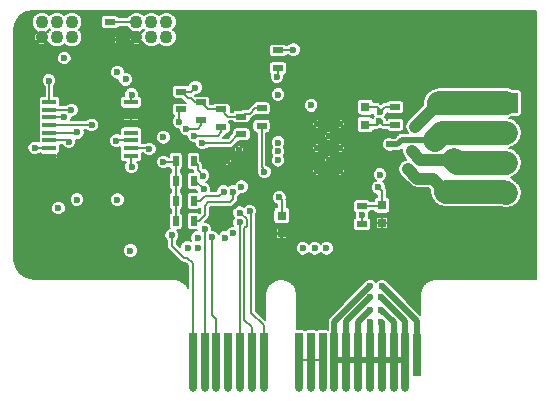
<source format=gbr>
G04 #@! TF.FileFunction,Copper,L1,Top,Plane*
%FSLAX46Y46*%
G04 Gerber Fmt 4.6, Leading zero omitted, Abs format (unit mm)*
G04 Created by KiCad (PCBNEW 4.0.3+e1-6302~38~ubuntu14.04.1-stable) date Wed Sep  7 14:23:00 2016*
%MOMM*%
%LPD*%
G01*
G04 APERTURE LIST*
%ADD10C,0.100000*%
%ADD11C,0.600000*%
%ADD12R,0.900000X0.500000*%
%ADD13R,0.650240X3.599180*%
%ADD14R,0.650240X4.599940*%
%ADD15O,0.650240X0.650240*%
%ADD16R,0.750000X0.800000*%
%ADD17R,1.200000X0.400000*%
%ADD18R,0.500000X0.900000*%
%ADD19R,2.032000X1.727200*%
%ADD20O,2.032000X1.727200*%
%ADD21C,1.100000*%
%ADD22C,0.200000*%
%ADD23C,0.500000*%
%ADD24C,0.400000*%
%ADD25C,0.150000*%
%ADD26C,1.000000*%
%ADD27C,2.000000*%
G04 APERTURE END LIST*
D10*
D11*
X152000000Y-83000000D03*
X152000000Y-81000000D03*
X153000000Y-84000000D03*
X151000000Y-84000000D03*
X153000000Y-82000000D03*
X151000000Y-82000000D03*
X153000000Y-80000000D03*
X151000000Y-80000000D03*
D12*
X157625000Y-80050000D03*
X157625000Y-78550000D03*
D13*
X159499600Y-99499620D03*
D14*
X158498840Y-100000000D03*
X157500620Y-100000000D03*
X156499860Y-100000000D03*
X155499100Y-100000000D03*
X154500880Y-100000000D03*
X153500120Y-100000000D03*
X152499360Y-100000000D03*
X151501140Y-100000000D03*
X150500380Y-100000000D03*
X149499620Y-100000000D03*
X144500900Y-100000000D03*
X143500140Y-100000000D03*
X142499380Y-100000000D03*
X141501160Y-100000000D03*
X140500400Y-100000000D03*
X146499880Y-100000000D03*
X145499120Y-100000000D03*
D15*
X156499860Y-102301240D03*
X155499100Y-102301240D03*
X154500880Y-102301240D03*
X153500120Y-102301240D03*
X152499360Y-102301240D03*
X151501140Y-102301240D03*
X150500380Y-102301240D03*
X144500900Y-102301240D03*
X143500140Y-102301240D03*
X157500620Y-102301240D03*
X145499120Y-102301240D03*
X142499380Y-102301240D03*
X149499620Y-102301240D03*
X146499880Y-102301240D03*
X141501160Y-102301240D03*
X140500400Y-102301240D03*
X158498840Y-102301240D03*
D16*
X156525000Y-86850000D03*
X156525000Y-88350000D03*
X155125000Y-80050000D03*
X155125000Y-78550000D03*
X148025000Y-87750000D03*
X148025000Y-89250000D03*
D12*
X144625000Y-79350000D03*
X144625000Y-80850000D03*
X154825000Y-86950000D03*
X154825000Y-88450000D03*
X147725000Y-73750000D03*
X147725000Y-75250000D03*
X146325000Y-78650000D03*
X146325000Y-80150000D03*
X133525000Y-71350000D03*
X133525000Y-72850000D03*
D17*
X128375000Y-78125000D03*
X128375000Y-78775000D03*
X128375000Y-79425000D03*
X128375000Y-80075000D03*
X128375000Y-80725000D03*
X128375000Y-81375000D03*
X128375000Y-82025000D03*
X128375000Y-82675000D03*
X135275000Y-82675000D03*
X135275000Y-82025000D03*
X135275000Y-81375000D03*
X135275000Y-80725000D03*
X135275000Y-80075000D03*
X135275000Y-79425000D03*
X135275000Y-78775000D03*
X135275000Y-78125000D03*
D12*
X142925000Y-78750000D03*
X142925000Y-80250000D03*
X139525000Y-77250000D03*
X139525000Y-78750000D03*
X141225000Y-78150000D03*
X141225000Y-79650000D03*
D18*
X139075000Y-86500000D03*
X140575000Y-86500000D03*
X139075000Y-88200000D03*
X140575000Y-88200000D03*
X139075000Y-84800000D03*
X140575000Y-84800000D03*
X139075000Y-83100000D03*
X140575000Y-83100000D03*
D19*
X167000000Y-78190000D03*
D20*
X167000000Y-80730000D03*
X167000000Y-83270000D03*
X167000000Y-85810000D03*
D11*
X143425000Y-83150000D03*
X144425000Y-82150000D03*
D21*
X138270000Y-72635000D03*
X138270000Y-71365000D03*
X137000000Y-72635000D03*
X137000000Y-71365000D03*
X135730000Y-72635000D03*
X135730000Y-71365000D03*
X130270000Y-72635000D03*
X130270000Y-71365000D03*
X129000000Y-72635000D03*
X129000000Y-71365000D03*
X127730000Y-72635000D03*
X127730000Y-71365000D03*
D11*
X149425000Y-71200000D03*
X148425000Y-71200000D03*
X147425000Y-71200000D03*
X146425000Y-71200000D03*
X145425000Y-71200000D03*
X144425000Y-71200000D03*
X143425000Y-71200000D03*
X142425000Y-71200000D03*
X141425000Y-71200000D03*
X140425000Y-71200000D03*
X129525000Y-82700000D03*
X135325000Y-77500000D03*
X140725000Y-76900000D03*
X138025000Y-83200000D03*
X149025000Y-73700000D03*
X151825000Y-90500000D03*
X150825000Y-90500000D03*
X149825000Y-90500000D03*
X140925000Y-90450000D03*
X139925000Y-80400000D03*
X140075000Y-90450000D03*
X139325000Y-79800000D03*
X143925000Y-89200000D03*
X143925000Y-85700000D03*
X143225000Y-89600000D03*
X143125000Y-85700000D03*
X156475000Y-95700000D03*
X156475000Y-94650000D03*
X156525000Y-93700000D03*
X155525000Y-93700000D03*
X155525000Y-94650000D03*
X155525000Y-95700000D03*
X155525000Y-96750000D03*
X156475000Y-96750000D03*
X135225000Y-90700000D03*
X156350000Y-84275000D03*
X156300000Y-79725000D03*
X141375000Y-84350000D03*
X142125000Y-89550000D03*
X141525000Y-88900000D03*
X141425000Y-85500000D03*
X138725000Y-89400000D03*
X141325000Y-81600000D03*
X156225000Y-85350000D03*
X156325000Y-78950000D03*
X147825000Y-86200000D03*
X159325000Y-80200000D03*
X157125000Y-81700000D03*
X159025000Y-82300000D03*
X158725000Y-83800000D03*
X144625000Y-85300000D03*
X154825000Y-87700000D03*
X150525000Y-78400000D03*
X147625000Y-76000000D03*
X146575000Y-84025000D03*
X129625000Y-74400000D03*
X129625000Y-79400000D03*
X138025000Y-81100000D03*
X130025000Y-81500000D03*
X136825000Y-82100000D03*
X134825000Y-76200000D03*
X128325000Y-76300000D03*
X147725000Y-83050000D03*
X135325000Y-83600000D03*
X147725000Y-82300000D03*
X127125000Y-82000000D03*
X147725000Y-77500000D03*
X147725000Y-81550000D03*
X131950000Y-80075000D03*
X140925000Y-89600000D03*
X140625000Y-81000000D03*
X144475000Y-88300000D03*
X129125000Y-87100000D03*
X130225000Y-78800000D03*
X134125000Y-86400000D03*
X145325000Y-87350000D03*
X134125000Y-75600000D03*
X134025000Y-81400000D03*
X144475000Y-87500000D03*
X130700000Y-86375000D03*
X130725000Y-80700000D03*
D22*
X148425000Y-71200000D02*
X149425000Y-71200000D01*
X146425000Y-71200000D02*
X147425000Y-71200000D01*
X144425000Y-71200000D02*
X145425000Y-71200000D01*
X142425000Y-71200000D02*
X143425000Y-71200000D01*
X140425000Y-71200000D02*
X141425000Y-71200000D01*
X142275000Y-82900000D02*
X143175000Y-82900000D01*
X143175000Y-82900000D02*
X143425000Y-83150000D01*
X128375000Y-82675000D02*
X129500000Y-82675000D01*
X129500000Y-82675000D02*
X129525000Y-82700000D01*
X135275000Y-77550000D02*
X135325000Y-77500000D01*
X135275000Y-78125000D02*
X135275000Y-77550000D01*
X140375000Y-77250000D02*
X140725000Y-76900000D01*
X140375000Y-77250000D02*
X139525000Y-77250000D01*
X138025000Y-83200000D02*
X138975000Y-83200000D01*
X139075000Y-88200000D02*
X139075000Y-86500000D01*
X139075000Y-86500000D02*
X139075000Y-84800000D01*
X139075000Y-84800000D02*
X139075000Y-83100000D01*
X139075000Y-83100000D02*
X138975000Y-83200000D01*
X147725000Y-73750000D02*
X148975000Y-73750000D01*
X148975000Y-73750000D02*
X149025000Y-73700000D01*
X141225000Y-78150000D02*
X140675000Y-78150000D01*
X140075000Y-77800000D02*
X139525000Y-77250000D01*
X140325000Y-77800000D02*
X140075000Y-77800000D01*
X140675000Y-78150000D02*
X140325000Y-77800000D01*
X142925000Y-78750000D02*
X141825000Y-78750000D01*
X141825000Y-78750000D02*
X141225000Y-78150000D01*
X144625000Y-79350000D02*
X143525000Y-79350000D01*
X143525000Y-79350000D02*
X142925000Y-78750000D01*
X146325000Y-78650000D02*
X145775000Y-78650000D01*
X145325000Y-79100000D02*
X144875000Y-79100000D01*
X145775000Y-78650000D02*
X145325000Y-79100000D01*
X144875000Y-79100000D02*
X144625000Y-79350000D01*
X139925000Y-80400000D02*
X140925000Y-80400000D01*
X141225000Y-80100000D02*
X141225000Y-79650000D01*
X140925000Y-80400000D02*
X141225000Y-80100000D01*
X139325000Y-78950000D02*
X139325000Y-79800000D01*
X139325000Y-78950000D02*
X139525000Y-78750000D01*
X140575000Y-88200000D02*
X141025000Y-88200000D01*
X143925000Y-86300000D02*
X143925000Y-85700000D01*
X143625000Y-86600000D02*
X143925000Y-86300000D01*
X141825000Y-86600000D02*
X143625000Y-86600000D01*
X141525000Y-86900000D02*
X141825000Y-86600000D01*
X141525000Y-87700000D02*
X141525000Y-86900000D01*
X141025000Y-88200000D02*
X141525000Y-87700000D01*
X140575000Y-86500000D02*
X141125000Y-86500000D01*
X141125000Y-86500000D02*
X141525000Y-86100000D01*
X141525000Y-86100000D02*
X142725000Y-86100000D01*
X142725000Y-86100000D02*
X143125000Y-85700000D01*
D23*
X158498840Y-100000000D02*
X157500620Y-100000000D01*
X157500620Y-100000000D02*
X156499860Y-100000000D01*
X156499860Y-100000000D02*
X155499100Y-100000000D01*
X155499100Y-100000000D02*
X154500880Y-100000000D01*
X154500880Y-100000000D02*
X153500120Y-100000000D01*
X153500120Y-100000000D02*
X152499360Y-100000000D01*
X157500620Y-102301240D02*
X157500620Y-100000000D01*
X157500620Y-100000000D02*
X157500620Y-96725620D01*
X157500620Y-96725620D02*
X156475000Y-95700000D01*
X158498840Y-102301240D02*
X158498840Y-100000000D01*
X158498840Y-100000000D02*
X158498840Y-96673840D01*
X158498840Y-96673840D02*
X156475000Y-94650000D01*
X152499360Y-100000000D02*
X152499360Y-96725640D01*
X152499360Y-96725640D02*
X155525000Y-93700000D01*
X153500120Y-100000000D02*
X153500120Y-96674880D01*
X153500120Y-96674880D02*
X155525000Y-94650000D01*
X154500880Y-100000000D02*
X154500880Y-96724120D01*
X154500880Y-96724120D02*
X155525000Y-95700000D01*
X155499100Y-100000000D02*
X155499100Y-96775900D01*
X155499100Y-96775900D02*
X155525000Y-96750000D01*
X159499600Y-96674600D02*
X159499600Y-99499620D01*
X159499600Y-96674600D02*
X156525000Y-93700000D01*
X156499860Y-96774860D02*
X156475000Y-96750000D01*
X156499860Y-96774860D02*
X156499860Y-100000000D01*
D22*
X156300000Y-79725000D02*
X156300000Y-79825000D01*
X156300000Y-79825000D02*
X156075000Y-80050000D01*
X156075000Y-80050000D02*
X155125000Y-80050000D01*
X156325000Y-79725000D02*
X156325000Y-79800000D01*
X156575000Y-80050000D02*
X157625000Y-80050000D01*
X156325000Y-79800000D02*
X156575000Y-80050000D01*
D24*
X156300000Y-79725000D02*
X156325000Y-79725000D01*
X156325000Y-79725000D02*
X156225000Y-79725000D01*
X157700000Y-80075000D02*
X157725000Y-80050000D01*
D25*
X156499860Y-100000000D02*
X156499860Y-102301240D01*
X155499100Y-100000000D02*
X155499100Y-102301240D01*
X154500880Y-100000000D02*
X154500880Y-102301240D01*
X153500120Y-100000000D02*
X153500120Y-102301240D01*
X152499360Y-100000000D02*
X152499360Y-102301240D01*
D22*
X151501140Y-100000000D02*
X150500380Y-100000000D01*
X150500380Y-100000000D02*
X149499620Y-100000000D01*
D25*
X151501140Y-100000000D02*
X151501140Y-102301240D01*
X150500380Y-100000000D02*
X150500380Y-102301240D01*
X149499620Y-100000000D02*
X149499620Y-102301240D01*
D22*
X141375000Y-84350000D02*
X140925000Y-83900000D01*
X142499380Y-96524380D02*
X142125000Y-96150000D01*
X142125000Y-96150000D02*
X142125000Y-89550000D01*
X142499380Y-100000000D02*
X142499380Y-96524380D01*
X140925000Y-83450000D02*
X140575000Y-83100000D01*
X140925000Y-83900000D02*
X140925000Y-83450000D01*
X140725000Y-83250000D02*
X140575000Y-83100000D01*
D25*
X142499380Y-102301240D02*
X142499380Y-100000000D01*
D22*
X141501160Y-88923840D02*
X141525000Y-88900000D01*
X141501160Y-100000000D02*
X141501160Y-88923840D01*
X141425000Y-85500000D02*
X140725000Y-84800000D01*
X140725000Y-84800000D02*
X140575000Y-84800000D01*
X140625000Y-84750000D02*
X140575000Y-84800000D01*
D25*
X141501160Y-102301240D02*
X141501160Y-100000000D01*
D22*
X140500400Y-91775400D02*
X140025000Y-91300000D01*
X140025000Y-91300000D02*
X139725000Y-91300000D01*
X139725000Y-91300000D02*
X138725000Y-90300000D01*
X138725000Y-90300000D02*
X138725000Y-89400000D01*
X140500400Y-100000000D02*
X140500400Y-91775400D01*
X141325000Y-81600000D02*
X143625000Y-81600000D01*
X143625000Y-81600000D02*
X144375000Y-80850000D01*
X144375000Y-80850000D02*
X144625000Y-80850000D01*
D25*
X140500400Y-100000000D02*
X140500400Y-102301240D01*
D22*
X156525000Y-86850000D02*
X156525000Y-85650000D01*
X156525000Y-85650000D02*
X156225000Y-85350000D01*
X154825000Y-86950000D02*
X156425000Y-86950000D01*
X156425000Y-86950000D02*
X156525000Y-86850000D01*
X156325000Y-78950000D02*
X156375000Y-78950000D01*
X156775000Y-78550000D02*
X157625000Y-78550000D01*
X156375000Y-78950000D02*
X156775000Y-78550000D01*
X156325000Y-78950000D02*
X156325000Y-78800000D01*
X156075000Y-78550000D02*
X155125000Y-78550000D01*
X156325000Y-78800000D02*
X156075000Y-78550000D01*
D24*
X156325000Y-78950000D02*
X156300000Y-78950000D01*
D22*
X148025000Y-86400000D02*
X148025000Y-87750000D01*
X147825000Y-86200000D02*
X148025000Y-86400000D01*
D26*
X159325000Y-80200000D02*
X161325000Y-78200000D01*
D27*
X161325000Y-78200000D02*
X166990000Y-78200000D01*
X166990000Y-78200000D02*
X167000000Y-78190000D01*
D23*
X157125000Y-81700000D02*
X157825000Y-81700000D01*
D27*
X161595000Y-80730000D02*
X167000000Y-80730000D01*
X161025000Y-81300000D02*
X161595000Y-80730000D01*
D23*
X158225000Y-81300000D02*
X161025000Y-81300000D01*
X157825000Y-81700000D02*
X158225000Y-81300000D01*
D26*
X159025000Y-82300000D02*
X159725000Y-83000000D01*
D27*
X162895000Y-83270000D02*
X167000000Y-83270000D01*
X162625000Y-83000000D02*
X162895000Y-83270000D01*
D26*
X159725000Y-83000000D02*
X162625000Y-83000000D01*
X158725000Y-83800000D02*
X159525000Y-84600000D01*
D27*
X161925000Y-85700000D02*
X166890000Y-85700000D01*
D26*
X160825000Y-84600000D02*
X161925000Y-85700000D01*
X159525000Y-84600000D02*
X160825000Y-84600000D01*
D27*
X166890000Y-85700000D02*
X167000000Y-85810000D01*
D22*
X154825000Y-87700000D02*
X154825000Y-88450000D01*
X147725000Y-75900000D02*
X147625000Y-76000000D01*
X147725000Y-75900000D02*
X147725000Y-75250000D01*
X146575000Y-84025000D02*
X146575000Y-83850000D01*
X146325000Y-83600000D02*
X146325000Y-80150000D01*
X146575000Y-83850000D02*
X146325000Y-83600000D01*
X128375000Y-79425000D02*
X129600000Y-79425000D01*
X129600000Y-79425000D02*
X129625000Y-79400000D01*
D25*
X128375000Y-81375000D02*
X129900000Y-81375000D01*
X129900000Y-81375000D02*
X130025000Y-81500000D01*
D22*
X136750000Y-82025000D02*
X136825000Y-82100000D01*
X136750000Y-82025000D02*
X135275000Y-82025000D01*
X135730000Y-71365000D02*
X133540000Y-71365000D01*
X133540000Y-71365000D02*
X133525000Y-71350000D01*
X128375000Y-78125000D02*
X128375000Y-76350000D01*
X128375000Y-76350000D02*
X128325000Y-76300000D01*
X135275000Y-83550000D02*
X135325000Y-83600000D01*
X135275000Y-83550000D02*
X135275000Y-82675000D01*
X127150000Y-82025000D02*
X127125000Y-82000000D01*
X127150000Y-82025000D02*
X128375000Y-82025000D01*
X131950000Y-80075000D02*
X128375000Y-80075000D01*
X140625000Y-81000000D02*
X142625000Y-81000000D01*
X142925000Y-80700000D02*
X142925000Y-80250000D01*
X142625000Y-81000000D02*
X142925000Y-80700000D01*
X144500900Y-88550000D02*
X144500900Y-88325900D01*
X144500900Y-88325900D02*
X144475000Y-88300000D01*
X144500900Y-100000000D02*
X144500900Y-88550000D01*
X144500900Y-88550000D02*
X144500900Y-88524100D01*
X130200000Y-78775000D02*
X130225000Y-78800000D01*
X130200000Y-78775000D02*
X128375000Y-78775000D01*
D25*
X144500900Y-100000000D02*
X144500900Y-102301240D01*
X143500140Y-102301240D02*
X143500140Y-100000000D01*
D22*
X146499880Y-96974880D02*
X145475000Y-95950000D01*
X145475000Y-95950000D02*
X145475000Y-87500000D01*
X145475000Y-87500000D02*
X145325000Y-87350000D01*
X146499880Y-96974880D02*
X146499880Y-100000000D01*
X134050000Y-81375000D02*
X134025000Y-81400000D01*
X135275000Y-81375000D02*
X134050000Y-81375000D01*
D25*
X146499880Y-100000000D02*
X146499880Y-102301240D01*
D22*
X145499120Y-97174120D02*
X144875000Y-96550000D01*
X144875000Y-96550000D02*
X144875000Y-88800000D01*
X144875000Y-88800000D02*
X145075000Y-88600000D01*
X145075000Y-88600000D02*
X145075000Y-88050000D01*
X145075000Y-88050000D02*
X144525000Y-87500000D01*
X144525000Y-87500000D02*
X144475000Y-87500000D01*
X145499120Y-100000000D02*
X145499120Y-97174120D01*
X130700000Y-80725000D02*
X130725000Y-80700000D01*
X128375000Y-80725000D02*
X130700000Y-80725000D01*
D25*
X145499120Y-100000000D02*
X145499120Y-102301240D01*
D22*
G36*
X169597716Y-70402284D02*
X169605000Y-70438903D01*
X169605000Y-93061097D01*
X169597716Y-93097716D01*
X169561098Y-93105000D01*
X161100000Y-93105000D01*
X161061843Y-93112590D01*
X161022939Y-93112590D01*
X160659391Y-93184904D01*
X160659390Y-93184904D01*
X160517000Y-93243884D01*
X160208798Y-93449819D01*
X160154309Y-93504309D01*
X160099819Y-93558798D01*
X159893884Y-93867000D01*
X159834904Y-94009390D01*
X159834904Y-94009391D01*
X159762590Y-94372940D01*
X159762590Y-94411843D01*
X159755000Y-94450000D01*
X159755000Y-96123898D01*
X157100600Y-93469498D01*
X157050917Y-93349257D01*
X156876661Y-93174696D01*
X156648867Y-93080107D01*
X156402215Y-93079892D01*
X156174257Y-93174083D01*
X156024892Y-93323187D01*
X155876661Y-93174696D01*
X155648867Y-93080107D01*
X155402215Y-93079892D01*
X155174257Y-93174083D01*
X154999696Y-93348339D01*
X154949376Y-93469522D01*
X152096309Y-96322589D01*
X151972749Y-96507510D01*
X151929360Y-96725640D01*
X151929360Y-97394639D01*
X151826260Y-97373761D01*
X151176020Y-97373761D01*
X151057435Y-97396074D01*
X151000805Y-97432515D01*
X150952437Y-97399466D01*
X150825500Y-97373761D01*
X150175260Y-97373761D01*
X150056675Y-97396074D01*
X150000045Y-97432515D01*
X149951677Y-97399466D01*
X149824740Y-97373761D01*
X149345000Y-97373761D01*
X149345000Y-94450000D01*
X149337410Y-94411843D01*
X149337410Y-94372939D01*
X149265096Y-94009391D01*
X149265096Y-94009390D01*
X149206116Y-93867000D01*
X149000181Y-93558798D01*
X148945691Y-93504309D01*
X148891202Y-93449819D01*
X148583000Y-93243884D01*
X148440610Y-93184904D01*
X148440609Y-93184904D01*
X148077062Y-93112590D01*
X147922939Y-93112590D01*
X147559391Y-93184904D01*
X147559390Y-93184904D01*
X147417000Y-93243884D01*
X147108798Y-93449819D01*
X147054309Y-93504309D01*
X146999819Y-93558798D01*
X146793884Y-93867000D01*
X146734904Y-94009390D01*
X146734904Y-94009391D01*
X146662590Y-94372940D01*
X146662590Y-94411843D01*
X146655000Y-94450000D01*
X146655000Y-96536030D01*
X145895000Y-95776030D01*
X145895000Y-90622785D01*
X149204892Y-90622785D01*
X149299083Y-90850743D01*
X149473339Y-91025304D01*
X149701133Y-91119893D01*
X149947785Y-91120108D01*
X150175743Y-91025917D01*
X150325108Y-90876813D01*
X150473339Y-91025304D01*
X150701133Y-91119893D01*
X150947785Y-91120108D01*
X151175743Y-91025917D01*
X151325108Y-90876813D01*
X151473339Y-91025304D01*
X151701133Y-91119893D01*
X151947785Y-91120108D01*
X152175743Y-91025917D01*
X152350304Y-90851661D01*
X152444893Y-90623867D01*
X152445108Y-90377215D01*
X152350917Y-90149257D01*
X152176661Y-89974696D01*
X151948867Y-89880107D01*
X151702215Y-89879892D01*
X151474257Y-89974083D01*
X151324892Y-90123187D01*
X151176661Y-89974696D01*
X150948867Y-89880107D01*
X150702215Y-89879892D01*
X150474257Y-89974083D01*
X150324892Y-90123187D01*
X150176661Y-89974696D01*
X149948867Y-89880107D01*
X149702215Y-89879892D01*
X149474257Y-89974083D01*
X149299696Y-90148339D01*
X149205107Y-90376133D01*
X149204892Y-90622785D01*
X145895000Y-90622785D01*
X145895000Y-89300000D01*
X147550000Y-89300000D01*
X147550000Y-89669891D01*
X147565224Y-89706645D01*
X147593354Y-89734776D01*
X147630109Y-89750000D01*
X147975000Y-89750000D01*
X148000000Y-89725000D01*
X148000000Y-89275000D01*
X148050000Y-89275000D01*
X148050000Y-89725000D01*
X148075000Y-89750000D01*
X148419891Y-89750000D01*
X148456646Y-89734776D01*
X148484776Y-89706645D01*
X148500000Y-89669891D01*
X148500000Y-89300000D01*
X148475000Y-89275000D01*
X148050000Y-89275000D01*
X148000000Y-89275000D01*
X147575000Y-89275000D01*
X147550000Y-89300000D01*
X145895000Y-89300000D01*
X145895000Y-88830109D01*
X147550000Y-88830109D01*
X147550000Y-89200000D01*
X147575000Y-89225000D01*
X148000000Y-89225000D01*
X148000000Y-88775000D01*
X148050000Y-88775000D01*
X148050000Y-89225000D01*
X148475000Y-89225000D01*
X148500000Y-89200000D01*
X148500000Y-88830109D01*
X148484776Y-88793355D01*
X148456646Y-88765224D01*
X148419891Y-88750000D01*
X148075000Y-88750000D01*
X148050000Y-88775000D01*
X148000000Y-88775000D01*
X147975000Y-88750000D01*
X147630109Y-88750000D01*
X147593354Y-88765224D01*
X147565224Y-88793355D01*
X147550000Y-88830109D01*
X145895000Y-88830109D01*
X145895000Y-87594022D01*
X145944893Y-87473867D01*
X145945108Y-87227215D01*
X145850917Y-86999257D01*
X145676661Y-86824696D01*
X145448867Y-86730107D01*
X145202215Y-86729892D01*
X144974257Y-86824083D01*
X144824344Y-86973734D01*
X144598867Y-86880107D01*
X144352215Y-86879892D01*
X144124257Y-86974083D01*
X143949696Y-87148339D01*
X143855107Y-87376133D01*
X143854892Y-87622785D01*
X143949083Y-87850743D01*
X143998187Y-87899933D01*
X143949696Y-87948339D01*
X143855107Y-88176133D01*
X143854892Y-88422785D01*
X143919850Y-88579995D01*
X143802215Y-88579892D01*
X143574257Y-88674083D01*
X143399696Y-88848339D01*
X143344982Y-88980104D01*
X143102215Y-88979892D01*
X142874257Y-89074083D01*
X142699696Y-89248339D01*
X142685412Y-89282740D01*
X142650917Y-89199257D01*
X142476661Y-89024696D01*
X142248867Y-88930107D01*
X142144975Y-88930016D01*
X142145108Y-88777215D01*
X142050917Y-88549257D01*
X141876661Y-88374696D01*
X141648867Y-88280107D01*
X141538959Y-88280011D01*
X141821985Y-87996985D01*
X141913029Y-87860727D01*
X141945000Y-87700000D01*
X141945000Y-87073970D01*
X141998970Y-87020000D01*
X143625000Y-87020000D01*
X143785727Y-86988029D01*
X143921985Y-86896985D01*
X144221985Y-86596985D01*
X144313029Y-86460727D01*
X144340467Y-86322785D01*
X147204892Y-86322785D01*
X147299083Y-86550743D01*
X147473339Y-86725304D01*
X147605000Y-86779975D01*
X147605000Y-87032198D01*
X147531415Y-87046044D01*
X147422502Y-87116128D01*
X147349436Y-87223063D01*
X147323731Y-87350000D01*
X147323731Y-88150000D01*
X147346044Y-88268585D01*
X147416128Y-88377498D01*
X147523063Y-88450564D01*
X147650000Y-88476269D01*
X148400000Y-88476269D01*
X148518585Y-88453956D01*
X148627498Y-88383872D01*
X148700564Y-88276937D01*
X148726269Y-88150000D01*
X148726269Y-87350000D01*
X148703956Y-87231415D01*
X148633872Y-87122502D01*
X148526937Y-87049436D01*
X148445000Y-87032844D01*
X148445000Y-86700000D01*
X154048731Y-86700000D01*
X154048731Y-87200000D01*
X154071044Y-87318585D01*
X154141128Y-87427498D01*
X154239045Y-87494402D01*
X154205107Y-87576133D01*
X154204892Y-87822785D01*
X154239626Y-87906847D01*
X154147502Y-87966128D01*
X154074436Y-88073063D01*
X154048731Y-88200000D01*
X154048731Y-88700000D01*
X154071044Y-88818585D01*
X154141128Y-88927498D01*
X154248063Y-89000564D01*
X154375000Y-89026269D01*
X155275000Y-89026269D01*
X155393585Y-89003956D01*
X155502498Y-88933872D01*
X155575564Y-88826937D01*
X155601269Y-88700000D01*
X155601269Y-88400000D01*
X156050000Y-88400000D01*
X156050000Y-88769891D01*
X156065224Y-88806645D01*
X156093354Y-88834776D01*
X156130109Y-88850000D01*
X156475000Y-88850000D01*
X156500000Y-88825000D01*
X156500000Y-88375000D01*
X156550000Y-88375000D01*
X156550000Y-88825000D01*
X156575000Y-88850000D01*
X156919891Y-88850000D01*
X156956646Y-88834776D01*
X156984776Y-88806645D01*
X157000000Y-88769891D01*
X157000000Y-88400000D01*
X156975000Y-88375000D01*
X156550000Y-88375000D01*
X156500000Y-88375000D01*
X156075000Y-88375000D01*
X156050000Y-88400000D01*
X155601269Y-88400000D01*
X155601269Y-88200000D01*
X155578956Y-88081415D01*
X155508872Y-87972502D01*
X155446828Y-87930109D01*
X156050000Y-87930109D01*
X156050000Y-88300000D01*
X156075000Y-88325000D01*
X156500000Y-88325000D01*
X156500000Y-87875000D01*
X156550000Y-87875000D01*
X156550000Y-88325000D01*
X156975000Y-88325000D01*
X157000000Y-88300000D01*
X157000000Y-87930109D01*
X156984776Y-87893355D01*
X156956646Y-87865224D01*
X156919891Y-87850000D01*
X156575000Y-87850000D01*
X156550000Y-87875000D01*
X156500000Y-87875000D01*
X156475000Y-87850000D01*
X156130109Y-87850000D01*
X156093354Y-87865224D01*
X156065224Y-87893355D01*
X156050000Y-87930109D01*
X155446828Y-87930109D01*
X155410955Y-87905598D01*
X155444893Y-87823867D01*
X155445108Y-87577215D01*
X155410374Y-87493153D01*
X155502498Y-87433872D01*
X155546140Y-87370000D01*
X155846955Y-87370000D01*
X155916128Y-87477498D01*
X156023063Y-87550564D01*
X156150000Y-87576269D01*
X156900000Y-87576269D01*
X157018585Y-87553956D01*
X157127498Y-87483872D01*
X157200564Y-87376937D01*
X157226269Y-87250000D01*
X157226269Y-86450000D01*
X157203956Y-86331415D01*
X157133872Y-86222502D01*
X157026937Y-86149436D01*
X156945000Y-86132844D01*
X156945000Y-85650000D01*
X156913029Y-85489273D01*
X156844968Y-85387412D01*
X156845108Y-85227215D01*
X156750917Y-84999257D01*
X156596090Y-84844159D01*
X156700743Y-84800917D01*
X156875304Y-84626661D01*
X156969893Y-84398867D01*
X156970108Y-84152215D01*
X156875917Y-83924257D01*
X156701661Y-83749696D01*
X156473867Y-83655107D01*
X156227215Y-83654892D01*
X155999257Y-83749083D01*
X155824696Y-83923339D01*
X155730107Y-84151133D01*
X155729892Y-84397785D01*
X155824083Y-84625743D01*
X155978910Y-84780841D01*
X155874257Y-84824083D01*
X155699696Y-84998339D01*
X155605107Y-85226133D01*
X155604892Y-85472785D01*
X155699083Y-85700743D01*
X155873339Y-85875304D01*
X156101133Y-85969893D01*
X156105000Y-85969896D01*
X156105000Y-86132198D01*
X156031415Y-86146044D01*
X155922502Y-86216128D01*
X155849436Y-86323063D01*
X155823731Y-86450000D01*
X155823731Y-86530000D01*
X155545871Y-86530000D01*
X155508872Y-86472502D01*
X155401937Y-86399436D01*
X155275000Y-86373731D01*
X154375000Y-86373731D01*
X154256415Y-86396044D01*
X154147502Y-86466128D01*
X154074436Y-86573063D01*
X154048731Y-86700000D01*
X148445000Y-86700000D01*
X148445000Y-86400000D01*
X148434726Y-86348351D01*
X148444893Y-86323867D01*
X148445108Y-86077215D01*
X148350917Y-85849257D01*
X148176661Y-85674696D01*
X147948867Y-85580107D01*
X147702215Y-85579892D01*
X147474257Y-85674083D01*
X147299696Y-85848339D01*
X147205107Y-86076133D01*
X147204892Y-86322785D01*
X144340467Y-86322785D01*
X144345000Y-86300000D01*
X144345000Y-86156781D01*
X144450304Y-86051661D01*
X144505018Y-85919896D01*
X144747785Y-85920108D01*
X144975743Y-85825917D01*
X145150304Y-85651661D01*
X145244893Y-85423867D01*
X145245108Y-85177215D01*
X145150917Y-84949257D01*
X144976661Y-84774696D01*
X144748867Y-84680107D01*
X144502215Y-84679892D01*
X144274257Y-84774083D01*
X144099696Y-84948339D01*
X144044982Y-85080104D01*
X143802215Y-85079892D01*
X143574257Y-85174083D01*
X143525067Y-85223187D01*
X143476661Y-85174696D01*
X143248867Y-85080107D01*
X143002215Y-85079892D01*
X142774257Y-85174083D01*
X142599696Y-85348339D01*
X142505107Y-85576133D01*
X142505016Y-85680000D01*
X142021584Y-85680000D01*
X142044893Y-85623867D01*
X142045108Y-85377215D01*
X141950917Y-85149257D01*
X141776661Y-84974696D01*
X141632029Y-84914639D01*
X141725743Y-84875917D01*
X141900304Y-84701661D01*
X141994893Y-84473867D01*
X141995108Y-84227215D01*
X141900917Y-83999257D01*
X141726661Y-83824696D01*
X141498867Y-83730107D01*
X141348946Y-83729976D01*
X141345000Y-83726030D01*
X141345000Y-83450000D01*
X141342575Y-83437806D01*
X143172549Y-83437806D01*
X143205957Y-83494020D01*
X143354282Y-83551657D01*
X143513372Y-83548146D01*
X143644043Y-83494020D01*
X143677451Y-83437806D01*
X143425000Y-83185355D01*
X143172549Y-83437806D01*
X141342575Y-83437806D01*
X141313029Y-83289273D01*
X141221985Y-83153015D01*
X141151269Y-83082299D01*
X141151269Y-83079282D01*
X143023343Y-83079282D01*
X143026854Y-83238372D01*
X143080980Y-83369043D01*
X143137194Y-83402451D01*
X143389645Y-83150000D01*
X143460355Y-83150000D01*
X143712806Y-83402451D01*
X143769020Y-83369043D01*
X143826657Y-83220718D01*
X143823146Y-83061628D01*
X143769020Y-82930957D01*
X143712806Y-82897549D01*
X143460355Y-83150000D01*
X143389645Y-83150000D01*
X143137194Y-82897549D01*
X143080980Y-82930957D01*
X143023343Y-83079282D01*
X141151269Y-83079282D01*
X141151269Y-82862194D01*
X143172549Y-82862194D01*
X143425000Y-83114645D01*
X143677451Y-82862194D01*
X143644043Y-82805980D01*
X143495718Y-82748343D01*
X143336628Y-82751854D01*
X143205957Y-82805980D01*
X143172549Y-82862194D01*
X141151269Y-82862194D01*
X141151269Y-82650000D01*
X141128956Y-82531415D01*
X141068720Y-82437806D01*
X144172549Y-82437806D01*
X144205957Y-82494020D01*
X144354282Y-82551657D01*
X144513372Y-82548146D01*
X144644043Y-82494020D01*
X144677451Y-82437806D01*
X144425000Y-82185355D01*
X144172549Y-82437806D01*
X141068720Y-82437806D01*
X141058872Y-82422502D01*
X140951937Y-82349436D01*
X140825000Y-82323731D01*
X140325000Y-82323731D01*
X140206415Y-82346044D01*
X140097502Y-82416128D01*
X140024436Y-82523063D01*
X139998731Y-82650000D01*
X139998731Y-83550000D01*
X140021044Y-83668585D01*
X140091128Y-83777498D01*
X140198063Y-83850564D01*
X140325000Y-83876269D01*
X140505000Y-83876269D01*
X140505000Y-83900000D01*
X140529612Y-84023731D01*
X140325000Y-84023731D01*
X140206415Y-84046044D01*
X140097502Y-84116128D01*
X140024436Y-84223063D01*
X139998731Y-84350000D01*
X139998731Y-85250000D01*
X140021044Y-85368585D01*
X140091128Y-85477498D01*
X140198063Y-85550564D01*
X140325000Y-85576269D01*
X140804933Y-85576269D01*
X140804892Y-85622785D01*
X140848575Y-85728505D01*
X140825000Y-85723731D01*
X140325000Y-85723731D01*
X140206415Y-85746044D01*
X140097502Y-85816128D01*
X140024436Y-85923063D01*
X139998731Y-86050000D01*
X139998731Y-86950000D01*
X140021044Y-87068585D01*
X140091128Y-87177498D01*
X140198063Y-87250564D01*
X140325000Y-87276269D01*
X140825000Y-87276269D01*
X140943585Y-87253956D01*
X141052498Y-87183872D01*
X141105000Y-87107033D01*
X141105000Y-87526030D01*
X141078314Y-87552716D01*
X141058872Y-87522502D01*
X140951937Y-87449436D01*
X140825000Y-87423731D01*
X140325000Y-87423731D01*
X140206415Y-87446044D01*
X140097502Y-87516128D01*
X140024436Y-87623063D01*
X139998731Y-87750000D01*
X139998731Y-88650000D01*
X140021044Y-88768585D01*
X140091128Y-88877498D01*
X140198063Y-88950564D01*
X140325000Y-88976269D01*
X140825000Y-88976269D01*
X140904946Y-88961226D01*
X140904929Y-88979982D01*
X140802215Y-88979892D01*
X140574257Y-89074083D01*
X140399696Y-89248339D01*
X140305107Y-89476133D01*
X140304892Y-89722785D01*
X140380380Y-89905478D01*
X140198867Y-89830107D01*
X139952215Y-89829892D01*
X139724257Y-89924083D01*
X139549696Y-90098339D01*
X139455107Y-90326133D01*
X139455011Y-90436041D01*
X139145000Y-90126030D01*
X139145000Y-89856781D01*
X139250304Y-89751661D01*
X139344893Y-89523867D01*
X139345108Y-89277215D01*
X139250917Y-89049257D01*
X139178057Y-88976269D01*
X139325000Y-88976269D01*
X139443585Y-88953956D01*
X139552498Y-88883872D01*
X139625564Y-88776937D01*
X139651269Y-88650000D01*
X139651269Y-87750000D01*
X139628956Y-87631415D01*
X139558872Y-87522502D01*
X139495000Y-87478860D01*
X139495000Y-87220871D01*
X139552498Y-87183872D01*
X139625564Y-87076937D01*
X139651269Y-86950000D01*
X139651269Y-86050000D01*
X139628956Y-85931415D01*
X139558872Y-85822502D01*
X139495000Y-85778860D01*
X139495000Y-85520871D01*
X139552498Y-85483872D01*
X139625564Y-85376937D01*
X139651269Y-85250000D01*
X139651269Y-84350000D01*
X139628956Y-84231415D01*
X139558872Y-84122502D01*
X139495000Y-84078860D01*
X139495000Y-83820871D01*
X139552498Y-83783872D01*
X139625564Y-83676937D01*
X139651269Y-83550000D01*
X139651269Y-82650000D01*
X139628956Y-82531415D01*
X139558872Y-82422502D01*
X139451937Y-82349436D01*
X139325000Y-82323731D01*
X138825000Y-82323731D01*
X138706415Y-82346044D01*
X138597502Y-82416128D01*
X138524436Y-82523063D01*
X138498731Y-82650000D01*
X138498731Y-82780000D01*
X138481781Y-82780000D01*
X138376661Y-82674696D01*
X138148867Y-82580107D01*
X137902215Y-82579892D01*
X137674257Y-82674083D01*
X137499696Y-82848339D01*
X137405107Y-83076133D01*
X137404892Y-83322785D01*
X137499083Y-83550743D01*
X137673339Y-83725304D01*
X137901133Y-83819893D01*
X138147785Y-83820108D01*
X138375743Y-83725917D01*
X138481845Y-83620000D01*
X138511902Y-83620000D01*
X138521044Y-83668585D01*
X138591128Y-83777498D01*
X138655000Y-83821140D01*
X138655000Y-84079129D01*
X138597502Y-84116128D01*
X138524436Y-84223063D01*
X138498731Y-84350000D01*
X138498731Y-85250000D01*
X138521044Y-85368585D01*
X138591128Y-85477498D01*
X138655000Y-85521140D01*
X138655000Y-85779129D01*
X138597502Y-85816128D01*
X138524436Y-85923063D01*
X138498731Y-86050000D01*
X138498731Y-86950000D01*
X138521044Y-87068585D01*
X138591128Y-87177498D01*
X138655000Y-87221140D01*
X138655000Y-87479129D01*
X138597502Y-87516128D01*
X138524436Y-87623063D01*
X138498731Y-87750000D01*
X138498731Y-88650000D01*
X138521044Y-88768585D01*
X138543841Y-88804012D01*
X138374257Y-88874083D01*
X138199696Y-89048339D01*
X138105107Y-89276133D01*
X138104892Y-89522785D01*
X138199083Y-89750743D01*
X138305000Y-89856845D01*
X138305000Y-90300000D01*
X138336971Y-90460727D01*
X138428015Y-90596985D01*
X139428015Y-91596985D01*
X139564273Y-91688029D01*
X139590940Y-91693334D01*
X139725000Y-91720001D01*
X139725005Y-91720000D01*
X139851030Y-91720000D01*
X140080400Y-91949370D01*
X140080400Y-93828513D01*
X139900181Y-93558798D01*
X139845691Y-93504309D01*
X139791202Y-93449819D01*
X139483000Y-93243884D01*
X139340610Y-93184904D01*
X139340609Y-93184904D01*
X138977060Y-93112590D01*
X138938157Y-93112590D01*
X138900000Y-93105000D01*
X127038903Y-93105000D01*
X126388755Y-92975677D01*
X125870565Y-92629435D01*
X125524323Y-92111245D01*
X125395000Y-91461096D01*
X125395000Y-90822785D01*
X134604892Y-90822785D01*
X134699083Y-91050743D01*
X134873339Y-91225304D01*
X135101133Y-91319893D01*
X135347785Y-91320108D01*
X135575743Y-91225917D01*
X135750304Y-91051661D01*
X135844893Y-90823867D01*
X135845108Y-90577215D01*
X135750917Y-90349257D01*
X135576661Y-90174696D01*
X135348867Y-90080107D01*
X135102215Y-90079892D01*
X134874257Y-90174083D01*
X134699696Y-90348339D01*
X134605107Y-90576133D01*
X134604892Y-90822785D01*
X125395000Y-90822785D01*
X125395000Y-87222785D01*
X128504892Y-87222785D01*
X128599083Y-87450743D01*
X128773339Y-87625304D01*
X129001133Y-87719893D01*
X129247785Y-87720108D01*
X129475743Y-87625917D01*
X129650304Y-87451661D01*
X129744893Y-87223867D01*
X129745108Y-86977215D01*
X129650917Y-86749257D01*
X129476661Y-86574696D01*
X129291441Y-86497785D01*
X130079892Y-86497785D01*
X130174083Y-86725743D01*
X130348339Y-86900304D01*
X130576133Y-86994893D01*
X130822785Y-86995108D01*
X131050743Y-86900917D01*
X131225304Y-86726661D01*
X131309961Y-86522785D01*
X133504892Y-86522785D01*
X133599083Y-86750743D01*
X133773339Y-86925304D01*
X134001133Y-87019893D01*
X134247785Y-87020108D01*
X134475743Y-86925917D01*
X134650304Y-86751661D01*
X134744893Y-86523867D01*
X134745108Y-86277215D01*
X134650917Y-86049257D01*
X134476661Y-85874696D01*
X134248867Y-85780107D01*
X134002215Y-85779892D01*
X133774257Y-85874083D01*
X133599696Y-86048339D01*
X133505107Y-86276133D01*
X133504892Y-86522785D01*
X131309961Y-86522785D01*
X131319893Y-86498867D01*
X131320108Y-86252215D01*
X131225917Y-86024257D01*
X131051661Y-85849696D01*
X130823867Y-85755107D01*
X130577215Y-85754892D01*
X130349257Y-85849083D01*
X130174696Y-86023339D01*
X130080107Y-86251133D01*
X130079892Y-86497785D01*
X129291441Y-86497785D01*
X129248867Y-86480107D01*
X129002215Y-86479892D01*
X128774257Y-86574083D01*
X128599696Y-86748339D01*
X128505107Y-86976133D01*
X128504892Y-87222785D01*
X125395000Y-87222785D01*
X125395000Y-82725000D01*
X127675000Y-82725000D01*
X127675000Y-82894891D01*
X127690224Y-82931646D01*
X127718355Y-82959776D01*
X127755109Y-82975000D01*
X128325000Y-82975000D01*
X128350000Y-82950000D01*
X128350000Y-82700000D01*
X128400000Y-82700000D01*
X128400000Y-82950000D01*
X128425000Y-82975000D01*
X128994891Y-82975000D01*
X129031645Y-82959776D01*
X129059776Y-82931646D01*
X129075000Y-82894891D01*
X129075000Y-82725000D01*
X129050000Y-82700000D01*
X128400000Y-82700000D01*
X128350000Y-82700000D01*
X127700000Y-82700000D01*
X127675000Y-82725000D01*
X125395000Y-82725000D01*
X125395000Y-82122785D01*
X126504892Y-82122785D01*
X126599083Y-82350743D01*
X126773339Y-82525304D01*
X127001133Y-82619893D01*
X127247785Y-82620108D01*
X127475743Y-82525917D01*
X127545974Y-82455809D01*
X127648063Y-82525564D01*
X127675000Y-82531019D01*
X127675000Y-82625000D01*
X127700000Y-82650000D01*
X128350000Y-82650000D01*
X128350000Y-82630000D01*
X128400000Y-82630000D01*
X128400000Y-82650000D01*
X129050000Y-82650000D01*
X129075000Y-82625000D01*
X129075000Y-82532453D01*
X129093585Y-82528956D01*
X129202498Y-82458872D01*
X129275564Y-82351937D01*
X129301269Y-82225000D01*
X129301269Y-81825000D01*
X129290920Y-81770000D01*
X129465720Y-81770000D01*
X129499083Y-81850743D01*
X129673339Y-82025304D01*
X129901133Y-82119893D01*
X130147785Y-82120108D01*
X130375743Y-82025917D01*
X130550304Y-81851661D01*
X130644893Y-81623867D01*
X130644981Y-81522785D01*
X133404892Y-81522785D01*
X133499083Y-81750743D01*
X133673339Y-81925304D01*
X133901133Y-82019893D01*
X134147785Y-82020108D01*
X134348731Y-81937078D01*
X134348731Y-82225000D01*
X134371044Y-82343585D01*
X134374314Y-82348666D01*
X134348731Y-82475000D01*
X134348731Y-82875000D01*
X134371044Y-82993585D01*
X134441128Y-83102498D01*
X134548063Y-83175564D01*
X134675000Y-83201269D01*
X134846848Y-83201269D01*
X134799696Y-83248339D01*
X134705107Y-83476133D01*
X134704892Y-83722785D01*
X134799083Y-83950743D01*
X134973339Y-84125304D01*
X135201133Y-84219893D01*
X135447785Y-84220108D01*
X135675743Y-84125917D01*
X135850304Y-83951661D01*
X135944893Y-83723867D01*
X135945108Y-83477215D01*
X135850917Y-83249257D01*
X135803013Y-83201269D01*
X135875000Y-83201269D01*
X135993585Y-83178956D01*
X136102498Y-83108872D01*
X136175564Y-83001937D01*
X136201269Y-82875000D01*
X136201269Y-82475000D01*
X136195624Y-82445000D01*
X136296710Y-82445000D01*
X136299083Y-82450743D01*
X136473339Y-82625304D01*
X136701133Y-82719893D01*
X136947785Y-82720108D01*
X137175743Y-82625917D01*
X137350304Y-82451661D01*
X137444893Y-82223867D01*
X137445108Y-81977215D01*
X137350917Y-81749257D01*
X137176661Y-81574696D01*
X136948867Y-81480107D01*
X136702215Y-81479892D01*
X136474257Y-81574083D01*
X136443286Y-81605000D01*
X136195194Y-81605000D01*
X136201269Y-81575000D01*
X136201269Y-81222785D01*
X137404892Y-81222785D01*
X137499083Y-81450743D01*
X137673339Y-81625304D01*
X137901133Y-81719893D01*
X138147785Y-81720108D01*
X138375743Y-81625917D01*
X138550304Y-81451661D01*
X138644893Y-81223867D01*
X138645108Y-80977215D01*
X138550917Y-80749257D01*
X138376661Y-80574696D01*
X138148867Y-80480107D01*
X137902215Y-80479892D01*
X137674257Y-80574083D01*
X137499696Y-80748339D01*
X137405107Y-80976133D01*
X137404892Y-81222785D01*
X136201269Y-81222785D01*
X136201269Y-81175000D01*
X136178956Y-81056415D01*
X136175686Y-81051334D01*
X136201269Y-80925000D01*
X136201269Y-80525000D01*
X136178956Y-80406415D01*
X136108872Y-80297502D01*
X136001937Y-80224436D01*
X135975000Y-80218981D01*
X135975000Y-80125000D01*
X135950000Y-80100000D01*
X135300000Y-80100000D01*
X135300000Y-80120000D01*
X135250000Y-80120000D01*
X135250000Y-80100000D01*
X134600000Y-80100000D01*
X134575000Y-80125000D01*
X134575000Y-80217547D01*
X134556415Y-80221044D01*
X134447502Y-80291128D01*
X134374436Y-80398063D01*
X134348731Y-80525000D01*
X134348731Y-80863098D01*
X134148867Y-80780107D01*
X133902215Y-80779892D01*
X133674257Y-80874083D01*
X133499696Y-81048339D01*
X133405107Y-81276133D01*
X133404892Y-81522785D01*
X130644981Y-81522785D01*
X130645108Y-81377215D01*
X130621430Y-81319911D01*
X130847785Y-81320108D01*
X131075743Y-81225917D01*
X131250304Y-81051661D01*
X131344893Y-80823867D01*
X131345108Y-80577215D01*
X131311137Y-80495000D01*
X131493219Y-80495000D01*
X131598339Y-80600304D01*
X131826133Y-80694893D01*
X132072785Y-80695108D01*
X132300743Y-80600917D01*
X132475304Y-80426661D01*
X132569893Y-80198867D01*
X132570108Y-79952215D01*
X132529985Y-79855109D01*
X134575000Y-79855109D01*
X134575000Y-80025000D01*
X134600000Y-80050000D01*
X135250000Y-80050000D01*
X135250000Y-79800000D01*
X135300000Y-79800000D01*
X135300000Y-80050000D01*
X135950000Y-80050000D01*
X135975000Y-80025000D01*
X135975000Y-79922785D01*
X138704892Y-79922785D01*
X138799083Y-80150743D01*
X138973339Y-80325304D01*
X139201133Y-80419893D01*
X139304982Y-80419984D01*
X139304892Y-80522785D01*
X139399083Y-80750743D01*
X139573339Y-80925304D01*
X139801133Y-81019893D01*
X140004982Y-81020071D01*
X140004892Y-81122785D01*
X140099083Y-81350743D01*
X140273339Y-81525304D01*
X140501133Y-81619893D01*
X140704982Y-81620071D01*
X140704892Y-81722785D01*
X140799083Y-81950743D01*
X140973339Y-82125304D01*
X141201133Y-82219893D01*
X141447785Y-82220108D01*
X141675743Y-82125917D01*
X141722459Y-82079282D01*
X144023343Y-82079282D01*
X144026854Y-82238372D01*
X144080980Y-82369043D01*
X144137194Y-82402451D01*
X144389645Y-82150000D01*
X144460355Y-82150000D01*
X144712806Y-82402451D01*
X144769020Y-82369043D01*
X144826657Y-82220718D01*
X144823146Y-82061628D01*
X144769020Y-81930957D01*
X144712806Y-81897549D01*
X144460355Y-82150000D01*
X144389645Y-82150000D01*
X144137194Y-81897549D01*
X144080980Y-81930957D01*
X144023343Y-82079282D01*
X141722459Y-82079282D01*
X141781845Y-82020000D01*
X143625000Y-82020000D01*
X143785727Y-81988029D01*
X143921985Y-81896985D01*
X143956776Y-81862194D01*
X144172549Y-81862194D01*
X144425000Y-82114645D01*
X144677451Y-81862194D01*
X144644043Y-81805980D01*
X144495718Y-81748343D01*
X144336628Y-81751854D01*
X144205957Y-81805980D01*
X144172549Y-81862194D01*
X143956776Y-81862194D01*
X144392701Y-81426269D01*
X145075000Y-81426269D01*
X145193585Y-81403956D01*
X145302498Y-81333872D01*
X145375564Y-81226937D01*
X145401269Y-81100000D01*
X145401269Y-80600000D01*
X145378956Y-80481415D01*
X145308872Y-80372502D01*
X145201937Y-80299436D01*
X145075000Y-80273731D01*
X144175000Y-80273731D01*
X144056415Y-80296044D01*
X143947502Y-80366128D01*
X143874436Y-80473063D01*
X143848731Y-80600000D01*
X143848731Y-80782299D01*
X143451030Y-81180000D01*
X143038970Y-81180000D01*
X143221985Y-80996985D01*
X143313029Y-80860727D01*
X143319883Y-80826269D01*
X143375000Y-80826269D01*
X143493585Y-80803956D01*
X143602498Y-80733872D01*
X143675564Y-80626937D01*
X143701269Y-80500000D01*
X143701269Y-80000000D01*
X143678956Y-79881415D01*
X143608872Y-79772502D01*
X143605210Y-79770000D01*
X143904129Y-79770000D01*
X143941128Y-79827498D01*
X144048063Y-79900564D01*
X144175000Y-79926269D01*
X145075000Y-79926269D01*
X145193585Y-79903956D01*
X145199732Y-79900000D01*
X145548731Y-79900000D01*
X145548731Y-80400000D01*
X145571044Y-80518585D01*
X145641128Y-80627498D01*
X145748063Y-80700564D01*
X145875000Y-80726269D01*
X145905000Y-80726269D01*
X145905000Y-83600000D01*
X145936971Y-83760727D01*
X145984113Y-83831280D01*
X145955107Y-83901133D01*
X145954892Y-84147785D01*
X146049083Y-84375743D01*
X146223339Y-84550304D01*
X146451133Y-84644893D01*
X146697785Y-84645108D01*
X146925743Y-84550917D01*
X147100304Y-84376661D01*
X147137200Y-84287806D01*
X150747549Y-84287806D01*
X150780957Y-84344020D01*
X150929282Y-84401657D01*
X151088372Y-84398146D01*
X151219043Y-84344020D01*
X151252451Y-84287806D01*
X152747549Y-84287806D01*
X152780957Y-84344020D01*
X152929282Y-84401657D01*
X153088372Y-84398146D01*
X153219043Y-84344020D01*
X153252451Y-84287806D01*
X153000000Y-84035355D01*
X152747549Y-84287806D01*
X151252451Y-84287806D01*
X151000000Y-84035355D01*
X150747549Y-84287806D01*
X147137200Y-84287806D01*
X147194893Y-84148867D01*
X147195084Y-83929282D01*
X150598343Y-83929282D01*
X150601854Y-84088372D01*
X150655980Y-84219043D01*
X150712194Y-84252451D01*
X150964645Y-84000000D01*
X151035355Y-84000000D01*
X151287806Y-84252451D01*
X151344020Y-84219043D01*
X151401657Y-84070718D01*
X151398536Y-83929282D01*
X152598343Y-83929282D01*
X152601854Y-84088372D01*
X152655980Y-84219043D01*
X152712194Y-84252451D01*
X152964645Y-84000000D01*
X153035355Y-84000000D01*
X153287806Y-84252451D01*
X153344020Y-84219043D01*
X153401657Y-84070718D01*
X153398146Y-83911628D01*
X153344020Y-83780957D01*
X153287806Y-83747549D01*
X153035355Y-84000000D01*
X152964645Y-84000000D01*
X152712194Y-83747549D01*
X152655980Y-83780957D01*
X152598343Y-83929282D01*
X151398536Y-83929282D01*
X151398146Y-83911628D01*
X151344020Y-83780957D01*
X151287806Y-83747549D01*
X151035355Y-84000000D01*
X150964645Y-84000000D01*
X150712194Y-83747549D01*
X150655980Y-83780957D01*
X150598343Y-83929282D01*
X147195084Y-83929282D01*
X147195108Y-83902215D01*
X147116593Y-83712194D01*
X150747549Y-83712194D01*
X151000000Y-83964645D01*
X151252451Y-83712194D01*
X152747549Y-83712194D01*
X153000000Y-83964645D01*
X153252451Y-83712194D01*
X153219043Y-83655980D01*
X153070718Y-83598343D01*
X152911628Y-83601854D01*
X152780957Y-83655980D01*
X152747549Y-83712194D01*
X151252451Y-83712194D01*
X151219043Y-83655980D01*
X151070718Y-83598343D01*
X150911628Y-83601854D01*
X150780957Y-83655980D01*
X150747549Y-83712194D01*
X147116593Y-83712194D01*
X147100917Y-83674257D01*
X146926661Y-83499696D01*
X146745000Y-83424263D01*
X146745000Y-81672785D01*
X147104892Y-81672785D01*
X147199083Y-81900743D01*
X147223187Y-81924889D01*
X147199696Y-81948339D01*
X147105107Y-82176133D01*
X147104892Y-82422785D01*
X147199083Y-82650743D01*
X147223187Y-82674889D01*
X147199696Y-82698339D01*
X147105107Y-82926133D01*
X147104892Y-83172785D01*
X147199083Y-83400743D01*
X147373339Y-83575304D01*
X147601133Y-83669893D01*
X147847785Y-83670108D01*
X148075743Y-83575917D01*
X148250304Y-83401661D01*
X148297581Y-83287806D01*
X151747549Y-83287806D01*
X151780957Y-83344020D01*
X151929282Y-83401657D01*
X152088372Y-83398146D01*
X152219043Y-83344020D01*
X152252451Y-83287806D01*
X152000000Y-83035355D01*
X151747549Y-83287806D01*
X148297581Y-83287806D01*
X148344893Y-83173867D01*
X148345106Y-82929282D01*
X151598343Y-82929282D01*
X151601854Y-83088372D01*
X151655980Y-83219043D01*
X151712194Y-83252451D01*
X151964645Y-83000000D01*
X152035355Y-83000000D01*
X152287806Y-83252451D01*
X152344020Y-83219043D01*
X152401657Y-83070718D01*
X152398146Y-82911628D01*
X152344020Y-82780957D01*
X152287806Y-82747549D01*
X152035355Y-83000000D01*
X151964645Y-83000000D01*
X151712194Y-82747549D01*
X151655980Y-82780957D01*
X151598343Y-82929282D01*
X148345106Y-82929282D01*
X148345108Y-82927215D01*
X148256263Y-82712194D01*
X151747549Y-82712194D01*
X152000000Y-82964645D01*
X152252451Y-82712194D01*
X152219043Y-82655980D01*
X152070718Y-82598343D01*
X151911628Y-82601854D01*
X151780957Y-82655980D01*
X151747549Y-82712194D01*
X148256263Y-82712194D01*
X148250917Y-82699257D01*
X148226813Y-82675111D01*
X148250304Y-82651661D01*
X148344893Y-82423867D01*
X148345011Y-82287806D01*
X150747549Y-82287806D01*
X150780957Y-82344020D01*
X150929282Y-82401657D01*
X151088372Y-82398146D01*
X151219043Y-82344020D01*
X151252451Y-82287806D01*
X152747549Y-82287806D01*
X152780957Y-82344020D01*
X152929282Y-82401657D01*
X153088372Y-82398146D01*
X153219043Y-82344020D01*
X153252451Y-82287806D01*
X153000000Y-82035355D01*
X152747549Y-82287806D01*
X151252451Y-82287806D01*
X151000000Y-82035355D01*
X150747549Y-82287806D01*
X148345011Y-82287806D01*
X148345108Y-82177215D01*
X148250917Y-81949257D01*
X148230977Y-81929282D01*
X150598343Y-81929282D01*
X150601854Y-82088372D01*
X150655980Y-82219043D01*
X150712194Y-82252451D01*
X150964645Y-82000000D01*
X151035355Y-82000000D01*
X151287806Y-82252451D01*
X151344020Y-82219043D01*
X151401657Y-82070718D01*
X151398536Y-81929282D01*
X152598343Y-81929282D01*
X152601854Y-82088372D01*
X152655980Y-82219043D01*
X152712194Y-82252451D01*
X152964645Y-82000000D01*
X153035355Y-82000000D01*
X153287806Y-82252451D01*
X153344020Y-82219043D01*
X153401657Y-82070718D01*
X153398146Y-81911628D01*
X153361346Y-81822785D01*
X156504892Y-81822785D01*
X156599083Y-82050743D01*
X156773339Y-82225304D01*
X157001133Y-82319893D01*
X157247785Y-82320108D01*
X157369055Y-82270000D01*
X157825000Y-82270000D01*
X158043130Y-82226611D01*
X158228051Y-82103051D01*
X158248179Y-82082923D01*
X158204999Y-82300000D01*
X158267419Y-82613801D01*
X158445172Y-82879828D01*
X158575151Y-83009806D01*
X158411199Y-83042419D01*
X158145172Y-83220172D01*
X157967419Y-83486199D01*
X157904999Y-83800000D01*
X157967419Y-84113801D01*
X158145172Y-84379828D01*
X158945170Y-85179825D01*
X158945172Y-85179828D01*
X159183800Y-85339273D01*
X159211200Y-85357581D01*
X159525000Y-85420001D01*
X159525005Y-85420000D01*
X160485344Y-85420000D01*
X160631603Y-85566259D01*
X160605000Y-85700000D01*
X160705479Y-86205142D01*
X160991619Y-86633381D01*
X161419858Y-86919521D01*
X161925000Y-87020000D01*
X166480608Y-87020000D01*
X166494857Y-87029521D01*
X167000000Y-87130000D01*
X167505142Y-87029521D01*
X167933381Y-86743381D01*
X167983566Y-86668273D01*
X168015506Y-86646932D01*
X168272078Y-86262944D01*
X168362174Y-85810000D01*
X168272078Y-85357056D01*
X168015506Y-84973068D01*
X167983566Y-84951727D01*
X167933381Y-84876619D01*
X167823381Y-84766619D01*
X167430804Y-84504308D01*
X167505142Y-84489521D01*
X167933381Y-84203381D01*
X167983566Y-84128273D01*
X168015506Y-84106932D01*
X168272078Y-83722944D01*
X168362174Y-83270000D01*
X168272078Y-82817056D01*
X168015506Y-82433068D01*
X167983566Y-82411727D01*
X167933381Y-82336619D01*
X167505142Y-82050479D01*
X167251367Y-82000000D01*
X167505142Y-81949521D01*
X167933381Y-81663381D01*
X167983566Y-81588273D01*
X168015506Y-81566932D01*
X168272078Y-81182944D01*
X168362174Y-80730000D01*
X168272078Y-80277056D01*
X168015506Y-79893068D01*
X167983566Y-79871727D01*
X167933381Y-79796619D01*
X167505142Y-79510479D01*
X167271504Y-79464005D01*
X167495142Y-79419521D01*
X167554485Y-79379869D01*
X168016000Y-79379869D01*
X168134585Y-79357556D01*
X168243498Y-79287472D01*
X168316564Y-79180537D01*
X168342269Y-79053600D01*
X168342269Y-77326400D01*
X168319956Y-77207815D01*
X168249872Y-77098902D01*
X168142937Y-77025836D01*
X168016000Y-77000131D01*
X167549519Y-77000131D01*
X167505142Y-76970479D01*
X167000000Y-76870000D01*
X166949727Y-76880000D01*
X161325000Y-76880000D01*
X160819858Y-76980479D01*
X160391619Y-77266619D01*
X160105479Y-77694858D01*
X160005000Y-78200000D01*
X160031603Y-78333742D01*
X158745172Y-79620172D01*
X158567419Y-79886199D01*
X158504999Y-80200000D01*
X158567419Y-80513801D01*
X158711878Y-80730000D01*
X158225000Y-80730000D01*
X158006870Y-80773389D01*
X157851483Y-80877215D01*
X157821949Y-80896949D01*
X157588898Y-81130000D01*
X157369022Y-81130000D01*
X157248867Y-81080107D01*
X157002215Y-81079892D01*
X156774257Y-81174083D01*
X156599696Y-81348339D01*
X156505107Y-81576133D01*
X156504892Y-81822785D01*
X153361346Y-81822785D01*
X153344020Y-81780957D01*
X153287806Y-81747549D01*
X153035355Y-82000000D01*
X152964645Y-82000000D01*
X152712194Y-81747549D01*
X152655980Y-81780957D01*
X152598343Y-81929282D01*
X151398536Y-81929282D01*
X151398146Y-81911628D01*
X151344020Y-81780957D01*
X151287806Y-81747549D01*
X151035355Y-82000000D01*
X150964645Y-82000000D01*
X150712194Y-81747549D01*
X150655980Y-81780957D01*
X150598343Y-81929282D01*
X148230977Y-81929282D01*
X148226813Y-81925111D01*
X148250304Y-81901661D01*
X148328978Y-81712194D01*
X150747549Y-81712194D01*
X151000000Y-81964645D01*
X151252451Y-81712194D01*
X152747549Y-81712194D01*
X153000000Y-81964645D01*
X153252451Y-81712194D01*
X153219043Y-81655980D01*
X153070718Y-81598343D01*
X152911628Y-81601854D01*
X152780957Y-81655980D01*
X152747549Y-81712194D01*
X151252451Y-81712194D01*
X151219043Y-81655980D01*
X151070718Y-81598343D01*
X150911628Y-81601854D01*
X150780957Y-81655980D01*
X150747549Y-81712194D01*
X148328978Y-81712194D01*
X148344893Y-81673867D01*
X148345108Y-81427215D01*
X148287505Y-81287806D01*
X151747549Y-81287806D01*
X151780957Y-81344020D01*
X151929282Y-81401657D01*
X152088372Y-81398146D01*
X152219043Y-81344020D01*
X152252451Y-81287806D01*
X152000000Y-81035355D01*
X151747549Y-81287806D01*
X148287505Y-81287806D01*
X148250917Y-81199257D01*
X148076661Y-81024696D01*
X147848867Y-80930107D01*
X147602215Y-80929892D01*
X147374257Y-81024083D01*
X147199696Y-81198339D01*
X147105107Y-81426133D01*
X147104892Y-81672785D01*
X146745000Y-81672785D01*
X146745000Y-80929282D01*
X151598343Y-80929282D01*
X151601854Y-81088372D01*
X151655980Y-81219043D01*
X151712194Y-81252451D01*
X151964645Y-81000000D01*
X152035355Y-81000000D01*
X152287806Y-81252451D01*
X152344020Y-81219043D01*
X152401657Y-81070718D01*
X152398146Y-80911628D01*
X152344020Y-80780957D01*
X152287806Y-80747549D01*
X152035355Y-81000000D01*
X151964645Y-81000000D01*
X151712194Y-80747549D01*
X151655980Y-80780957D01*
X151598343Y-80929282D01*
X146745000Y-80929282D01*
X146745000Y-80726269D01*
X146775000Y-80726269D01*
X146849803Y-80712194D01*
X151747549Y-80712194D01*
X152000000Y-80964645D01*
X152252451Y-80712194D01*
X152219043Y-80655980D01*
X152070718Y-80598343D01*
X151911628Y-80601854D01*
X151780957Y-80655980D01*
X151747549Y-80712194D01*
X146849803Y-80712194D01*
X146893585Y-80703956D01*
X147002498Y-80633872D01*
X147075564Y-80526937D01*
X147101269Y-80400000D01*
X147101269Y-80287806D01*
X150747549Y-80287806D01*
X150780957Y-80344020D01*
X150929282Y-80401657D01*
X151088372Y-80398146D01*
X151219043Y-80344020D01*
X151252451Y-80287806D01*
X152747549Y-80287806D01*
X152780957Y-80344020D01*
X152929282Y-80401657D01*
X153088372Y-80398146D01*
X153219043Y-80344020D01*
X153252451Y-80287806D01*
X153000000Y-80035355D01*
X152747549Y-80287806D01*
X151252451Y-80287806D01*
X151000000Y-80035355D01*
X150747549Y-80287806D01*
X147101269Y-80287806D01*
X147101269Y-79929282D01*
X150598343Y-79929282D01*
X150601854Y-80088372D01*
X150655980Y-80219043D01*
X150712194Y-80252451D01*
X150964645Y-80000000D01*
X151035355Y-80000000D01*
X151287806Y-80252451D01*
X151344020Y-80219043D01*
X151401657Y-80070718D01*
X151398536Y-79929282D01*
X152598343Y-79929282D01*
X152601854Y-80088372D01*
X152655980Y-80219043D01*
X152712194Y-80252451D01*
X152964645Y-80000000D01*
X153035355Y-80000000D01*
X153287806Y-80252451D01*
X153344020Y-80219043D01*
X153401657Y-80070718D01*
X153398146Y-79911628D01*
X153344020Y-79780957D01*
X153287806Y-79747549D01*
X153035355Y-80000000D01*
X152964645Y-80000000D01*
X152712194Y-79747549D01*
X152655980Y-79780957D01*
X152598343Y-79929282D01*
X151398536Y-79929282D01*
X151398146Y-79911628D01*
X151344020Y-79780957D01*
X151287806Y-79747549D01*
X151035355Y-80000000D01*
X150964645Y-80000000D01*
X150712194Y-79747549D01*
X150655980Y-79780957D01*
X150598343Y-79929282D01*
X147101269Y-79929282D01*
X147101269Y-79900000D01*
X147078956Y-79781415D01*
X147034414Y-79712194D01*
X150747549Y-79712194D01*
X151000000Y-79964645D01*
X151252451Y-79712194D01*
X152747549Y-79712194D01*
X153000000Y-79964645D01*
X153252451Y-79712194D01*
X153219043Y-79655980D01*
X153070718Y-79598343D01*
X152911628Y-79601854D01*
X152780957Y-79655980D01*
X152747549Y-79712194D01*
X151252451Y-79712194D01*
X151219043Y-79655980D01*
X151070718Y-79598343D01*
X150911628Y-79601854D01*
X150780957Y-79655980D01*
X150747549Y-79712194D01*
X147034414Y-79712194D01*
X147008872Y-79672502D01*
X146901937Y-79599436D01*
X146775000Y-79573731D01*
X145875000Y-79573731D01*
X145756415Y-79596044D01*
X145647502Y-79666128D01*
X145574436Y-79773063D01*
X145548731Y-79900000D01*
X145199732Y-79900000D01*
X145302498Y-79833872D01*
X145375564Y-79726937D01*
X145401269Y-79600000D01*
X145401269Y-79504829D01*
X145485727Y-79488029D01*
X145621985Y-79396985D01*
X145806560Y-79212410D01*
X145875000Y-79226269D01*
X146775000Y-79226269D01*
X146893585Y-79203956D01*
X147002498Y-79133872D01*
X147075564Y-79026937D01*
X147101269Y-78900000D01*
X147101269Y-78522785D01*
X149904892Y-78522785D01*
X149999083Y-78750743D01*
X150173339Y-78925304D01*
X150401133Y-79019893D01*
X150647785Y-79020108D01*
X150875743Y-78925917D01*
X151050304Y-78751661D01*
X151144893Y-78523867D01*
X151145108Y-78277215D01*
X151092544Y-78150000D01*
X154423731Y-78150000D01*
X154423731Y-78950000D01*
X154446044Y-79068585D01*
X154516128Y-79177498D01*
X154623063Y-79250564D01*
X154750000Y-79276269D01*
X155500000Y-79276269D01*
X155618585Y-79253956D01*
X155727498Y-79183872D01*
X155742014Y-79162627D01*
X155799083Y-79300743D01*
X155823209Y-79324911D01*
X155774696Y-79373339D01*
X155746277Y-79441780D01*
X155733872Y-79422502D01*
X155626937Y-79349436D01*
X155500000Y-79323731D01*
X154750000Y-79323731D01*
X154631415Y-79346044D01*
X154522502Y-79416128D01*
X154449436Y-79523063D01*
X154423731Y-79650000D01*
X154423731Y-80450000D01*
X154446044Y-80568585D01*
X154516128Y-80677498D01*
X154623063Y-80750564D01*
X154750000Y-80776269D01*
X155500000Y-80776269D01*
X155618585Y-80753956D01*
X155727498Y-80683872D01*
X155800564Y-80576937D01*
X155822219Y-80470000D01*
X156075000Y-80470000D01*
X156235727Y-80438029D01*
X156325000Y-80378379D01*
X156414273Y-80438029D01*
X156575000Y-80470000D01*
X156904129Y-80470000D01*
X156941128Y-80527498D01*
X157048063Y-80600564D01*
X157175000Y-80626269D01*
X158075000Y-80626269D01*
X158193585Y-80603956D01*
X158302498Y-80533872D01*
X158375564Y-80426937D01*
X158401269Y-80300000D01*
X158401269Y-79800000D01*
X158378956Y-79681415D01*
X158308872Y-79572502D01*
X158201937Y-79499436D01*
X158075000Y-79473731D01*
X157175000Y-79473731D01*
X157056415Y-79496044D01*
X156947502Y-79566128D01*
X156920105Y-79606225D01*
X156920108Y-79602215D01*
X156825917Y-79374257D01*
X156801791Y-79350089D01*
X156850304Y-79301661D01*
X156944893Y-79073867D01*
X156944931Y-79030097D01*
X157048063Y-79100564D01*
X157175000Y-79126269D01*
X158075000Y-79126269D01*
X158193585Y-79103956D01*
X158302498Y-79033872D01*
X158375564Y-78926937D01*
X158401269Y-78800000D01*
X158401269Y-78300000D01*
X158378956Y-78181415D01*
X158308872Y-78072502D01*
X158201937Y-77999436D01*
X158075000Y-77973731D01*
X157175000Y-77973731D01*
X157056415Y-77996044D01*
X156947502Y-78066128D01*
X156903860Y-78130000D01*
X156775000Y-78130000D01*
X156614273Y-78161971D01*
X156478015Y-78253015D01*
X156425000Y-78306030D01*
X156371985Y-78253015D01*
X156235727Y-78161971D01*
X156075000Y-78130000D01*
X155822506Y-78130000D01*
X155803956Y-78031415D01*
X155733872Y-77922502D01*
X155626937Y-77849436D01*
X155500000Y-77823731D01*
X154750000Y-77823731D01*
X154631415Y-77846044D01*
X154522502Y-77916128D01*
X154449436Y-78023063D01*
X154423731Y-78150000D01*
X151092544Y-78150000D01*
X151050917Y-78049257D01*
X150876661Y-77874696D01*
X150648867Y-77780107D01*
X150402215Y-77779892D01*
X150174257Y-77874083D01*
X149999696Y-78048339D01*
X149905107Y-78276133D01*
X149904892Y-78522785D01*
X147101269Y-78522785D01*
X147101269Y-78400000D01*
X147078956Y-78281415D01*
X147008872Y-78172502D01*
X146901937Y-78099436D01*
X146775000Y-78073731D01*
X145875000Y-78073731D01*
X145756415Y-78096044D01*
X145647502Y-78166128D01*
X145574436Y-78273063D01*
X145570800Y-78291019D01*
X145478015Y-78353015D01*
X145151030Y-78680000D01*
X144875000Y-78680000D01*
X144714273Y-78711971D01*
X144621842Y-78773731D01*
X144175000Y-78773731D01*
X144056415Y-78796044D01*
X143947502Y-78866128D01*
X143903860Y-78930000D01*
X143701269Y-78930000D01*
X143701269Y-78500000D01*
X143678956Y-78381415D01*
X143608872Y-78272502D01*
X143501937Y-78199436D01*
X143375000Y-78173731D01*
X142475000Y-78173731D01*
X142356415Y-78196044D01*
X142247502Y-78266128D01*
X142203860Y-78330000D01*
X142001269Y-78330000D01*
X142001269Y-77900000D01*
X141978956Y-77781415D01*
X141908872Y-77672502D01*
X141836110Y-77622785D01*
X147104892Y-77622785D01*
X147199083Y-77850743D01*
X147373339Y-78025304D01*
X147601133Y-78119893D01*
X147847785Y-78120108D01*
X148075743Y-78025917D01*
X148250304Y-77851661D01*
X148344893Y-77623867D01*
X148345108Y-77377215D01*
X148250917Y-77149257D01*
X148076661Y-76974696D01*
X147848867Y-76880107D01*
X147602215Y-76879892D01*
X147374257Y-76974083D01*
X147199696Y-77148339D01*
X147105107Y-77376133D01*
X147104892Y-77622785D01*
X141836110Y-77622785D01*
X141801937Y-77599436D01*
X141675000Y-77573731D01*
X140775000Y-77573731D01*
X140705734Y-77586764D01*
X140668370Y-77549400D01*
X140671985Y-77546985D01*
X140698992Y-77519978D01*
X140847785Y-77520108D01*
X141075743Y-77425917D01*
X141250304Y-77251661D01*
X141344893Y-77023867D01*
X141345108Y-76777215D01*
X141250917Y-76549257D01*
X141076661Y-76374696D01*
X140848867Y-76280107D01*
X140602215Y-76279892D01*
X140374257Y-76374083D01*
X140199696Y-76548339D01*
X140129215Y-76718074D01*
X140101937Y-76699436D01*
X139975000Y-76673731D01*
X139075000Y-76673731D01*
X138956415Y-76696044D01*
X138847502Y-76766128D01*
X138774436Y-76873063D01*
X138748731Y-77000000D01*
X138748731Y-77500000D01*
X138771044Y-77618585D01*
X138841128Y-77727498D01*
X138948063Y-77800564D01*
X139075000Y-77826269D01*
X139507299Y-77826269D01*
X139778015Y-78096985D01*
X139892874Y-78173731D01*
X139075000Y-78173731D01*
X138956415Y-78196044D01*
X138847502Y-78266128D01*
X138774436Y-78373063D01*
X138748731Y-78500000D01*
X138748731Y-79000000D01*
X138771044Y-79118585D01*
X138841128Y-79227498D01*
X138905000Y-79271140D01*
X138905000Y-79343219D01*
X138799696Y-79448339D01*
X138705107Y-79676133D01*
X138704892Y-79922785D01*
X135975000Y-79922785D01*
X135975000Y-79855109D01*
X135959776Y-79818354D01*
X135931645Y-79790224D01*
X135894891Y-79775000D01*
X135325000Y-79775000D01*
X135300000Y-79800000D01*
X135250000Y-79800000D01*
X135225000Y-79775000D01*
X134655109Y-79775000D01*
X134618355Y-79790224D01*
X134590224Y-79818354D01*
X134575000Y-79855109D01*
X132529985Y-79855109D01*
X132475917Y-79724257D01*
X132301661Y-79549696D01*
X132121775Y-79475000D01*
X134575000Y-79475000D01*
X134575000Y-79644891D01*
X134590224Y-79681646D01*
X134618355Y-79709776D01*
X134655109Y-79725000D01*
X135225000Y-79725000D01*
X135250000Y-79700000D01*
X135250000Y-79450000D01*
X135300000Y-79450000D01*
X135300000Y-79700000D01*
X135325000Y-79725000D01*
X135894891Y-79725000D01*
X135931645Y-79709776D01*
X135959776Y-79681646D01*
X135975000Y-79644891D01*
X135975000Y-79475000D01*
X135950000Y-79450000D01*
X135300000Y-79450000D01*
X135250000Y-79450000D01*
X134600000Y-79450000D01*
X134575000Y-79475000D01*
X132121775Y-79475000D01*
X132073867Y-79455107D01*
X131827215Y-79454892D01*
X131599257Y-79549083D01*
X131493155Y-79655000D01*
X130190441Y-79655000D01*
X130244893Y-79523867D01*
X130244984Y-79420018D01*
X130347785Y-79420108D01*
X130575743Y-79325917D01*
X130696762Y-79205109D01*
X134575000Y-79205109D01*
X134575000Y-79375000D01*
X134600000Y-79400000D01*
X135250000Y-79400000D01*
X135250000Y-79150000D01*
X135300000Y-79150000D01*
X135300000Y-79400000D01*
X135950000Y-79400000D01*
X135975000Y-79375000D01*
X135975000Y-79205109D01*
X135959776Y-79168354D01*
X135931645Y-79140224D01*
X135894891Y-79125000D01*
X135325000Y-79125000D01*
X135300000Y-79150000D01*
X135250000Y-79150000D01*
X135225000Y-79125000D01*
X134655109Y-79125000D01*
X134618355Y-79140224D01*
X134590224Y-79168354D01*
X134575000Y-79205109D01*
X130696762Y-79205109D01*
X130750304Y-79151661D01*
X130844893Y-78923867D01*
X130844979Y-78825000D01*
X134575000Y-78825000D01*
X134575000Y-78994891D01*
X134590224Y-79031646D01*
X134618355Y-79059776D01*
X134655109Y-79075000D01*
X135225000Y-79075000D01*
X135250000Y-79050000D01*
X135250000Y-78800000D01*
X135300000Y-78800000D01*
X135300000Y-79050000D01*
X135325000Y-79075000D01*
X135894891Y-79075000D01*
X135931645Y-79059776D01*
X135959776Y-79031646D01*
X135975000Y-78994891D01*
X135975000Y-78825000D01*
X135950000Y-78800000D01*
X135300000Y-78800000D01*
X135250000Y-78800000D01*
X134600000Y-78800000D01*
X134575000Y-78825000D01*
X130844979Y-78825000D01*
X130845108Y-78677215D01*
X130750917Y-78449257D01*
X130576661Y-78274696D01*
X130348867Y-78180107D01*
X130102215Y-78179892D01*
X129874257Y-78274083D01*
X129793198Y-78355000D01*
X129295194Y-78355000D01*
X129301269Y-78325000D01*
X129301269Y-77925000D01*
X134348731Y-77925000D01*
X134348731Y-78325000D01*
X134371044Y-78443585D01*
X134441128Y-78552498D01*
X134548063Y-78625564D01*
X134575000Y-78631019D01*
X134575000Y-78725000D01*
X134600000Y-78750000D01*
X135250000Y-78750000D01*
X135250000Y-78730000D01*
X135300000Y-78730000D01*
X135300000Y-78750000D01*
X135950000Y-78750000D01*
X135975000Y-78725000D01*
X135975000Y-78632453D01*
X135993585Y-78628956D01*
X136102498Y-78558872D01*
X136175564Y-78451937D01*
X136201269Y-78325000D01*
X136201269Y-77925000D01*
X136178956Y-77806415D01*
X136108872Y-77697502D01*
X136001937Y-77624436D01*
X135944903Y-77612886D01*
X135945108Y-77377215D01*
X135850917Y-77149257D01*
X135676661Y-76974696D01*
X135448867Y-76880107D01*
X135202215Y-76879892D01*
X134974257Y-76974083D01*
X134799696Y-77148339D01*
X134705107Y-77376133D01*
X134704913Y-77598731D01*
X134675000Y-77598731D01*
X134556415Y-77621044D01*
X134447502Y-77691128D01*
X134374436Y-77798063D01*
X134348731Y-77925000D01*
X129301269Y-77925000D01*
X129278956Y-77806415D01*
X129208872Y-77697502D01*
X129101937Y-77624436D01*
X128975000Y-77598731D01*
X128795000Y-77598731D01*
X128795000Y-76706868D01*
X128850304Y-76651661D01*
X128944893Y-76423867D01*
X128945108Y-76177215D01*
X128850917Y-75949257D01*
X128676661Y-75774696D01*
X128551647Y-75722785D01*
X133504892Y-75722785D01*
X133599083Y-75950743D01*
X133773339Y-76125304D01*
X134001133Y-76219893D01*
X134204982Y-76220071D01*
X134204892Y-76322785D01*
X134299083Y-76550743D01*
X134473339Y-76725304D01*
X134701133Y-76819893D01*
X134947785Y-76820108D01*
X135175743Y-76725917D01*
X135350304Y-76551661D01*
X135444893Y-76323867D01*
X135445108Y-76077215D01*
X135350917Y-75849257D01*
X135176661Y-75674696D01*
X134948867Y-75580107D01*
X134745018Y-75579929D01*
X134745108Y-75477215D01*
X134650917Y-75249257D01*
X134476661Y-75074696D01*
X134296775Y-75000000D01*
X146948731Y-75000000D01*
X146948731Y-75500000D01*
X146971044Y-75618585D01*
X147041128Y-75727498D01*
X147061146Y-75741176D01*
X147005107Y-75876133D01*
X147004892Y-76122785D01*
X147099083Y-76350743D01*
X147273339Y-76525304D01*
X147501133Y-76619893D01*
X147747785Y-76620108D01*
X147975743Y-76525917D01*
X148150304Y-76351661D01*
X148244893Y-76123867D01*
X148245108Y-75877215D01*
X148220518Y-75817704D01*
X148293585Y-75803956D01*
X148402498Y-75733872D01*
X148475564Y-75626937D01*
X148501269Y-75500000D01*
X148501269Y-75000000D01*
X148478956Y-74881415D01*
X148408872Y-74772502D01*
X148301937Y-74699436D01*
X148175000Y-74673731D01*
X147275000Y-74673731D01*
X147156415Y-74696044D01*
X147047502Y-74766128D01*
X146974436Y-74873063D01*
X146948731Y-75000000D01*
X134296775Y-75000000D01*
X134248867Y-74980107D01*
X134002215Y-74979892D01*
X133774257Y-75074083D01*
X133599696Y-75248339D01*
X133505107Y-75476133D01*
X133504892Y-75722785D01*
X128551647Y-75722785D01*
X128448867Y-75680107D01*
X128202215Y-75679892D01*
X127974257Y-75774083D01*
X127799696Y-75948339D01*
X127705107Y-76176133D01*
X127704892Y-76422785D01*
X127799083Y-76650743D01*
X127955000Y-76806933D01*
X127955000Y-77598731D01*
X127775000Y-77598731D01*
X127656415Y-77621044D01*
X127547502Y-77691128D01*
X127474436Y-77798063D01*
X127448731Y-77925000D01*
X127448731Y-78325000D01*
X127471044Y-78443585D01*
X127474314Y-78448666D01*
X127448731Y-78575000D01*
X127448731Y-78975000D01*
X127471044Y-79093585D01*
X127474314Y-79098666D01*
X127448731Y-79225000D01*
X127448731Y-79625000D01*
X127471044Y-79743585D01*
X127474314Y-79748666D01*
X127448731Y-79875000D01*
X127448731Y-80275000D01*
X127471044Y-80393585D01*
X127474314Y-80398666D01*
X127448731Y-80525000D01*
X127448731Y-80925000D01*
X127471044Y-81043585D01*
X127474314Y-81048666D01*
X127448731Y-81175000D01*
X127448731Y-81463098D01*
X127248867Y-81380107D01*
X127002215Y-81379892D01*
X126774257Y-81474083D01*
X126599696Y-81648339D01*
X126505107Y-81876133D01*
X126504892Y-82122785D01*
X125395000Y-82122785D01*
X125395000Y-74522785D01*
X129004892Y-74522785D01*
X129099083Y-74750743D01*
X129273339Y-74925304D01*
X129501133Y-75019893D01*
X129747785Y-75020108D01*
X129975743Y-74925917D01*
X130150304Y-74751661D01*
X130244893Y-74523867D01*
X130245108Y-74277215D01*
X130150917Y-74049257D01*
X129976661Y-73874696D01*
X129748867Y-73780107D01*
X129502215Y-73779892D01*
X129274257Y-73874083D01*
X129099696Y-74048339D01*
X129005107Y-74276133D01*
X129004892Y-74522785D01*
X125395000Y-74522785D01*
X125395000Y-73103277D01*
X127297078Y-73103277D01*
X127360957Y-73185476D01*
X127599707Y-73284800D01*
X127858293Y-73285198D01*
X128097347Y-73186609D01*
X128099043Y-73185476D01*
X128162922Y-73103277D01*
X127730000Y-72670355D01*
X127297078Y-73103277D01*
X125395000Y-73103277D01*
X125395000Y-72763293D01*
X127079802Y-72763293D01*
X127178391Y-73002347D01*
X127179524Y-73004043D01*
X127261723Y-73067922D01*
X127694645Y-72635000D01*
X127261723Y-72202078D01*
X127179524Y-72265957D01*
X127080200Y-72504707D01*
X127079802Y-72763293D01*
X125395000Y-72763293D01*
X125395000Y-72038904D01*
X125494776Y-71537294D01*
X126859850Y-71537294D01*
X126992020Y-71857171D01*
X127236541Y-72102120D01*
X127320266Y-72136885D01*
X127297078Y-72166723D01*
X127730000Y-72599645D01*
X128162922Y-72166723D01*
X128139827Y-72137004D01*
X128222171Y-72102980D01*
X128365035Y-71960366D01*
X128404634Y-72000035D01*
X128262880Y-72141541D01*
X128228115Y-72225266D01*
X128198277Y-72202078D01*
X127765355Y-72635000D01*
X128198277Y-73067922D01*
X128227996Y-73044827D01*
X128262020Y-73127171D01*
X128506541Y-73372120D01*
X128826187Y-73504848D01*
X129172294Y-73505150D01*
X129492171Y-73372980D01*
X129635035Y-73230366D01*
X129776541Y-73372120D01*
X130096187Y-73504848D01*
X130442294Y-73505150D01*
X130762171Y-73372980D01*
X131007120Y-73128459D01*
X131101984Y-72900000D01*
X132975000Y-72900000D01*
X132975000Y-73119891D01*
X132990224Y-73156645D01*
X133018354Y-73184776D01*
X133055109Y-73200000D01*
X133475000Y-73200000D01*
X133500000Y-73175000D01*
X133500000Y-72875000D01*
X133550000Y-72875000D01*
X133550000Y-73175000D01*
X133575000Y-73200000D01*
X133994891Y-73200000D01*
X134031646Y-73184776D01*
X134059776Y-73156645D01*
X134075000Y-73119891D01*
X134075000Y-73103277D01*
X135297078Y-73103277D01*
X135360957Y-73185476D01*
X135599707Y-73284800D01*
X135858293Y-73285198D01*
X136097347Y-73186609D01*
X136099043Y-73185476D01*
X136162922Y-73103277D01*
X135730000Y-72670355D01*
X135297078Y-73103277D01*
X134075000Y-73103277D01*
X134075000Y-72900000D01*
X134050000Y-72875000D01*
X133550000Y-72875000D01*
X133500000Y-72875000D01*
X133000000Y-72875000D01*
X132975000Y-72900000D01*
X131101984Y-72900000D01*
X131139848Y-72808813D01*
X131140047Y-72580109D01*
X132975000Y-72580109D01*
X132975000Y-72800000D01*
X133000000Y-72825000D01*
X133500000Y-72825000D01*
X133500000Y-72525000D01*
X133550000Y-72525000D01*
X133550000Y-72825000D01*
X134050000Y-72825000D01*
X134075000Y-72800000D01*
X134075000Y-72763293D01*
X135079802Y-72763293D01*
X135178391Y-73002347D01*
X135179524Y-73004043D01*
X135261723Y-73067922D01*
X135694645Y-72635000D01*
X135261723Y-72202078D01*
X135179524Y-72265957D01*
X135080200Y-72504707D01*
X135079802Y-72763293D01*
X134075000Y-72763293D01*
X134075000Y-72580109D01*
X134059776Y-72543355D01*
X134031646Y-72515224D01*
X133994891Y-72500000D01*
X133575000Y-72500000D01*
X133550000Y-72525000D01*
X133500000Y-72525000D01*
X133475000Y-72500000D01*
X133055109Y-72500000D01*
X133018354Y-72515224D01*
X132990224Y-72543355D01*
X132975000Y-72580109D01*
X131140047Y-72580109D01*
X131140150Y-72462706D01*
X131007980Y-72142829D01*
X130865366Y-71999965D01*
X131007120Y-71858459D01*
X131139848Y-71538813D01*
X131140150Y-71192706D01*
X131101845Y-71100000D01*
X132748731Y-71100000D01*
X132748731Y-71600000D01*
X132771044Y-71718585D01*
X132841128Y-71827498D01*
X132948063Y-71900564D01*
X133075000Y-71926269D01*
X133975000Y-71926269D01*
X134093585Y-71903956D01*
X134202498Y-71833872D01*
X134235891Y-71785000D01*
X134962200Y-71785000D01*
X134992020Y-71857171D01*
X135236541Y-72102120D01*
X135320266Y-72136885D01*
X135297078Y-72166723D01*
X135730000Y-72599645D01*
X136162922Y-72166723D01*
X136139827Y-72137004D01*
X136222171Y-72102980D01*
X136365035Y-71960366D01*
X136404634Y-72000035D01*
X136262880Y-72141541D01*
X136228115Y-72225266D01*
X136198277Y-72202078D01*
X135765355Y-72635000D01*
X136198277Y-73067922D01*
X136227996Y-73044827D01*
X136262020Y-73127171D01*
X136506541Y-73372120D01*
X136826187Y-73504848D01*
X137172294Y-73505150D01*
X137492171Y-73372980D01*
X137635035Y-73230366D01*
X137776541Y-73372120D01*
X138096187Y-73504848D01*
X138442294Y-73505150D01*
X138454757Y-73500000D01*
X146948731Y-73500000D01*
X146948731Y-74000000D01*
X146971044Y-74118585D01*
X147041128Y-74227498D01*
X147148063Y-74300564D01*
X147275000Y-74326269D01*
X148175000Y-74326269D01*
X148293585Y-74303956D01*
X148402498Y-74233872D01*
X148446140Y-74170000D01*
X148618132Y-74170000D01*
X148673339Y-74225304D01*
X148901133Y-74319893D01*
X149147785Y-74320108D01*
X149375743Y-74225917D01*
X149550304Y-74051661D01*
X149644893Y-73823867D01*
X149645108Y-73577215D01*
X149550917Y-73349257D01*
X149376661Y-73174696D01*
X149148867Y-73080107D01*
X148902215Y-73079892D01*
X148674257Y-73174083D01*
X148518067Y-73330000D01*
X148445871Y-73330000D01*
X148408872Y-73272502D01*
X148301937Y-73199436D01*
X148175000Y-73173731D01*
X147275000Y-73173731D01*
X147156415Y-73196044D01*
X147047502Y-73266128D01*
X146974436Y-73373063D01*
X146948731Y-73500000D01*
X138454757Y-73500000D01*
X138762171Y-73372980D01*
X139007120Y-73128459D01*
X139139848Y-72808813D01*
X139140150Y-72462706D01*
X139007980Y-72142829D01*
X138865366Y-71999965D01*
X139007120Y-71858459D01*
X139139848Y-71538813D01*
X139140150Y-71192706D01*
X139007980Y-70872829D01*
X138763459Y-70627880D01*
X138443813Y-70495152D01*
X138097706Y-70494850D01*
X137777829Y-70627020D01*
X137634965Y-70769634D01*
X137493459Y-70627880D01*
X137173813Y-70495152D01*
X136827706Y-70494850D01*
X136507829Y-70627020D01*
X136364965Y-70769634D01*
X136223459Y-70627880D01*
X135903813Y-70495152D01*
X135557706Y-70494850D01*
X135237829Y-70627020D01*
X134992880Y-70871541D01*
X134962377Y-70945000D01*
X134255523Y-70945000D01*
X134208872Y-70872502D01*
X134101937Y-70799436D01*
X133975000Y-70773731D01*
X133075000Y-70773731D01*
X132956415Y-70796044D01*
X132847502Y-70866128D01*
X132774436Y-70973063D01*
X132748731Y-71100000D01*
X131101845Y-71100000D01*
X131007980Y-70872829D01*
X130763459Y-70627880D01*
X130443813Y-70495152D01*
X130097706Y-70494850D01*
X129777829Y-70627020D01*
X129634965Y-70769634D01*
X129493459Y-70627880D01*
X129173813Y-70495152D01*
X128827706Y-70494850D01*
X128507829Y-70627020D01*
X128364965Y-70769634D01*
X128223459Y-70627880D01*
X127903813Y-70495152D01*
X127557706Y-70494850D01*
X127237829Y-70627020D01*
X126992880Y-70871541D01*
X126860152Y-71191187D01*
X126859850Y-71537294D01*
X125494776Y-71537294D01*
X125524323Y-71388755D01*
X125870565Y-70870565D01*
X126388755Y-70524323D01*
X127038903Y-70395000D01*
X169561098Y-70395000D01*
X169597716Y-70402284D01*
X169597716Y-70402284D01*
G37*
X169597716Y-70402284D02*
X169605000Y-70438903D01*
X169605000Y-93061097D01*
X169597716Y-93097716D01*
X169561098Y-93105000D01*
X161100000Y-93105000D01*
X161061843Y-93112590D01*
X161022939Y-93112590D01*
X160659391Y-93184904D01*
X160659390Y-93184904D01*
X160517000Y-93243884D01*
X160208798Y-93449819D01*
X160154309Y-93504309D01*
X160099819Y-93558798D01*
X159893884Y-93867000D01*
X159834904Y-94009390D01*
X159834904Y-94009391D01*
X159762590Y-94372940D01*
X159762590Y-94411843D01*
X159755000Y-94450000D01*
X159755000Y-96123898D01*
X157100600Y-93469498D01*
X157050917Y-93349257D01*
X156876661Y-93174696D01*
X156648867Y-93080107D01*
X156402215Y-93079892D01*
X156174257Y-93174083D01*
X156024892Y-93323187D01*
X155876661Y-93174696D01*
X155648867Y-93080107D01*
X155402215Y-93079892D01*
X155174257Y-93174083D01*
X154999696Y-93348339D01*
X154949376Y-93469522D01*
X152096309Y-96322589D01*
X151972749Y-96507510D01*
X151929360Y-96725640D01*
X151929360Y-97394639D01*
X151826260Y-97373761D01*
X151176020Y-97373761D01*
X151057435Y-97396074D01*
X151000805Y-97432515D01*
X150952437Y-97399466D01*
X150825500Y-97373761D01*
X150175260Y-97373761D01*
X150056675Y-97396074D01*
X150000045Y-97432515D01*
X149951677Y-97399466D01*
X149824740Y-97373761D01*
X149345000Y-97373761D01*
X149345000Y-94450000D01*
X149337410Y-94411843D01*
X149337410Y-94372939D01*
X149265096Y-94009391D01*
X149265096Y-94009390D01*
X149206116Y-93867000D01*
X149000181Y-93558798D01*
X148945691Y-93504309D01*
X148891202Y-93449819D01*
X148583000Y-93243884D01*
X148440610Y-93184904D01*
X148440609Y-93184904D01*
X148077062Y-93112590D01*
X147922939Y-93112590D01*
X147559391Y-93184904D01*
X147559390Y-93184904D01*
X147417000Y-93243884D01*
X147108798Y-93449819D01*
X147054309Y-93504309D01*
X146999819Y-93558798D01*
X146793884Y-93867000D01*
X146734904Y-94009390D01*
X146734904Y-94009391D01*
X146662590Y-94372940D01*
X146662590Y-94411843D01*
X146655000Y-94450000D01*
X146655000Y-96536030D01*
X145895000Y-95776030D01*
X145895000Y-90622785D01*
X149204892Y-90622785D01*
X149299083Y-90850743D01*
X149473339Y-91025304D01*
X149701133Y-91119893D01*
X149947785Y-91120108D01*
X150175743Y-91025917D01*
X150325108Y-90876813D01*
X150473339Y-91025304D01*
X150701133Y-91119893D01*
X150947785Y-91120108D01*
X151175743Y-91025917D01*
X151325108Y-90876813D01*
X151473339Y-91025304D01*
X151701133Y-91119893D01*
X151947785Y-91120108D01*
X152175743Y-91025917D01*
X152350304Y-90851661D01*
X152444893Y-90623867D01*
X152445108Y-90377215D01*
X152350917Y-90149257D01*
X152176661Y-89974696D01*
X151948867Y-89880107D01*
X151702215Y-89879892D01*
X151474257Y-89974083D01*
X151324892Y-90123187D01*
X151176661Y-89974696D01*
X150948867Y-89880107D01*
X150702215Y-89879892D01*
X150474257Y-89974083D01*
X150324892Y-90123187D01*
X150176661Y-89974696D01*
X149948867Y-89880107D01*
X149702215Y-89879892D01*
X149474257Y-89974083D01*
X149299696Y-90148339D01*
X149205107Y-90376133D01*
X149204892Y-90622785D01*
X145895000Y-90622785D01*
X145895000Y-89300000D01*
X147550000Y-89300000D01*
X147550000Y-89669891D01*
X147565224Y-89706645D01*
X147593354Y-89734776D01*
X147630109Y-89750000D01*
X147975000Y-89750000D01*
X148000000Y-89725000D01*
X148000000Y-89275000D01*
X148050000Y-89275000D01*
X148050000Y-89725000D01*
X148075000Y-89750000D01*
X148419891Y-89750000D01*
X148456646Y-89734776D01*
X148484776Y-89706645D01*
X148500000Y-89669891D01*
X148500000Y-89300000D01*
X148475000Y-89275000D01*
X148050000Y-89275000D01*
X148000000Y-89275000D01*
X147575000Y-89275000D01*
X147550000Y-89300000D01*
X145895000Y-89300000D01*
X145895000Y-88830109D01*
X147550000Y-88830109D01*
X147550000Y-89200000D01*
X147575000Y-89225000D01*
X148000000Y-89225000D01*
X148000000Y-88775000D01*
X148050000Y-88775000D01*
X148050000Y-89225000D01*
X148475000Y-89225000D01*
X148500000Y-89200000D01*
X148500000Y-88830109D01*
X148484776Y-88793355D01*
X148456646Y-88765224D01*
X148419891Y-88750000D01*
X148075000Y-88750000D01*
X148050000Y-88775000D01*
X148000000Y-88775000D01*
X147975000Y-88750000D01*
X147630109Y-88750000D01*
X147593354Y-88765224D01*
X147565224Y-88793355D01*
X147550000Y-88830109D01*
X145895000Y-88830109D01*
X145895000Y-87594022D01*
X145944893Y-87473867D01*
X145945108Y-87227215D01*
X145850917Y-86999257D01*
X145676661Y-86824696D01*
X145448867Y-86730107D01*
X145202215Y-86729892D01*
X144974257Y-86824083D01*
X144824344Y-86973734D01*
X144598867Y-86880107D01*
X144352215Y-86879892D01*
X144124257Y-86974083D01*
X143949696Y-87148339D01*
X143855107Y-87376133D01*
X143854892Y-87622785D01*
X143949083Y-87850743D01*
X143998187Y-87899933D01*
X143949696Y-87948339D01*
X143855107Y-88176133D01*
X143854892Y-88422785D01*
X143919850Y-88579995D01*
X143802215Y-88579892D01*
X143574257Y-88674083D01*
X143399696Y-88848339D01*
X143344982Y-88980104D01*
X143102215Y-88979892D01*
X142874257Y-89074083D01*
X142699696Y-89248339D01*
X142685412Y-89282740D01*
X142650917Y-89199257D01*
X142476661Y-89024696D01*
X142248867Y-88930107D01*
X142144975Y-88930016D01*
X142145108Y-88777215D01*
X142050917Y-88549257D01*
X141876661Y-88374696D01*
X141648867Y-88280107D01*
X141538959Y-88280011D01*
X141821985Y-87996985D01*
X141913029Y-87860727D01*
X141945000Y-87700000D01*
X141945000Y-87073970D01*
X141998970Y-87020000D01*
X143625000Y-87020000D01*
X143785727Y-86988029D01*
X143921985Y-86896985D01*
X144221985Y-86596985D01*
X144313029Y-86460727D01*
X144340467Y-86322785D01*
X147204892Y-86322785D01*
X147299083Y-86550743D01*
X147473339Y-86725304D01*
X147605000Y-86779975D01*
X147605000Y-87032198D01*
X147531415Y-87046044D01*
X147422502Y-87116128D01*
X147349436Y-87223063D01*
X147323731Y-87350000D01*
X147323731Y-88150000D01*
X147346044Y-88268585D01*
X147416128Y-88377498D01*
X147523063Y-88450564D01*
X147650000Y-88476269D01*
X148400000Y-88476269D01*
X148518585Y-88453956D01*
X148627498Y-88383872D01*
X148700564Y-88276937D01*
X148726269Y-88150000D01*
X148726269Y-87350000D01*
X148703956Y-87231415D01*
X148633872Y-87122502D01*
X148526937Y-87049436D01*
X148445000Y-87032844D01*
X148445000Y-86700000D01*
X154048731Y-86700000D01*
X154048731Y-87200000D01*
X154071044Y-87318585D01*
X154141128Y-87427498D01*
X154239045Y-87494402D01*
X154205107Y-87576133D01*
X154204892Y-87822785D01*
X154239626Y-87906847D01*
X154147502Y-87966128D01*
X154074436Y-88073063D01*
X154048731Y-88200000D01*
X154048731Y-88700000D01*
X154071044Y-88818585D01*
X154141128Y-88927498D01*
X154248063Y-89000564D01*
X154375000Y-89026269D01*
X155275000Y-89026269D01*
X155393585Y-89003956D01*
X155502498Y-88933872D01*
X155575564Y-88826937D01*
X155601269Y-88700000D01*
X155601269Y-88400000D01*
X156050000Y-88400000D01*
X156050000Y-88769891D01*
X156065224Y-88806645D01*
X156093354Y-88834776D01*
X156130109Y-88850000D01*
X156475000Y-88850000D01*
X156500000Y-88825000D01*
X156500000Y-88375000D01*
X156550000Y-88375000D01*
X156550000Y-88825000D01*
X156575000Y-88850000D01*
X156919891Y-88850000D01*
X156956646Y-88834776D01*
X156984776Y-88806645D01*
X157000000Y-88769891D01*
X157000000Y-88400000D01*
X156975000Y-88375000D01*
X156550000Y-88375000D01*
X156500000Y-88375000D01*
X156075000Y-88375000D01*
X156050000Y-88400000D01*
X155601269Y-88400000D01*
X155601269Y-88200000D01*
X155578956Y-88081415D01*
X155508872Y-87972502D01*
X155446828Y-87930109D01*
X156050000Y-87930109D01*
X156050000Y-88300000D01*
X156075000Y-88325000D01*
X156500000Y-88325000D01*
X156500000Y-87875000D01*
X156550000Y-87875000D01*
X156550000Y-88325000D01*
X156975000Y-88325000D01*
X157000000Y-88300000D01*
X157000000Y-87930109D01*
X156984776Y-87893355D01*
X156956646Y-87865224D01*
X156919891Y-87850000D01*
X156575000Y-87850000D01*
X156550000Y-87875000D01*
X156500000Y-87875000D01*
X156475000Y-87850000D01*
X156130109Y-87850000D01*
X156093354Y-87865224D01*
X156065224Y-87893355D01*
X156050000Y-87930109D01*
X155446828Y-87930109D01*
X155410955Y-87905598D01*
X155444893Y-87823867D01*
X155445108Y-87577215D01*
X155410374Y-87493153D01*
X155502498Y-87433872D01*
X155546140Y-87370000D01*
X155846955Y-87370000D01*
X155916128Y-87477498D01*
X156023063Y-87550564D01*
X156150000Y-87576269D01*
X156900000Y-87576269D01*
X157018585Y-87553956D01*
X157127498Y-87483872D01*
X157200564Y-87376937D01*
X157226269Y-87250000D01*
X157226269Y-86450000D01*
X157203956Y-86331415D01*
X157133872Y-86222502D01*
X157026937Y-86149436D01*
X156945000Y-86132844D01*
X156945000Y-85650000D01*
X156913029Y-85489273D01*
X156844968Y-85387412D01*
X156845108Y-85227215D01*
X156750917Y-84999257D01*
X156596090Y-84844159D01*
X156700743Y-84800917D01*
X156875304Y-84626661D01*
X156969893Y-84398867D01*
X156970108Y-84152215D01*
X156875917Y-83924257D01*
X156701661Y-83749696D01*
X156473867Y-83655107D01*
X156227215Y-83654892D01*
X155999257Y-83749083D01*
X155824696Y-83923339D01*
X155730107Y-84151133D01*
X155729892Y-84397785D01*
X155824083Y-84625743D01*
X155978910Y-84780841D01*
X155874257Y-84824083D01*
X155699696Y-84998339D01*
X155605107Y-85226133D01*
X155604892Y-85472785D01*
X155699083Y-85700743D01*
X155873339Y-85875304D01*
X156101133Y-85969893D01*
X156105000Y-85969896D01*
X156105000Y-86132198D01*
X156031415Y-86146044D01*
X155922502Y-86216128D01*
X155849436Y-86323063D01*
X155823731Y-86450000D01*
X155823731Y-86530000D01*
X155545871Y-86530000D01*
X155508872Y-86472502D01*
X155401937Y-86399436D01*
X155275000Y-86373731D01*
X154375000Y-86373731D01*
X154256415Y-86396044D01*
X154147502Y-86466128D01*
X154074436Y-86573063D01*
X154048731Y-86700000D01*
X148445000Y-86700000D01*
X148445000Y-86400000D01*
X148434726Y-86348351D01*
X148444893Y-86323867D01*
X148445108Y-86077215D01*
X148350917Y-85849257D01*
X148176661Y-85674696D01*
X147948867Y-85580107D01*
X147702215Y-85579892D01*
X147474257Y-85674083D01*
X147299696Y-85848339D01*
X147205107Y-86076133D01*
X147204892Y-86322785D01*
X144340467Y-86322785D01*
X144345000Y-86300000D01*
X144345000Y-86156781D01*
X144450304Y-86051661D01*
X144505018Y-85919896D01*
X144747785Y-85920108D01*
X144975743Y-85825917D01*
X145150304Y-85651661D01*
X145244893Y-85423867D01*
X145245108Y-85177215D01*
X145150917Y-84949257D01*
X144976661Y-84774696D01*
X144748867Y-84680107D01*
X144502215Y-84679892D01*
X144274257Y-84774083D01*
X144099696Y-84948339D01*
X144044982Y-85080104D01*
X143802215Y-85079892D01*
X143574257Y-85174083D01*
X143525067Y-85223187D01*
X143476661Y-85174696D01*
X143248867Y-85080107D01*
X143002215Y-85079892D01*
X142774257Y-85174083D01*
X142599696Y-85348339D01*
X142505107Y-85576133D01*
X142505016Y-85680000D01*
X142021584Y-85680000D01*
X142044893Y-85623867D01*
X142045108Y-85377215D01*
X141950917Y-85149257D01*
X141776661Y-84974696D01*
X141632029Y-84914639D01*
X141725743Y-84875917D01*
X141900304Y-84701661D01*
X141994893Y-84473867D01*
X141995108Y-84227215D01*
X141900917Y-83999257D01*
X141726661Y-83824696D01*
X141498867Y-83730107D01*
X141348946Y-83729976D01*
X141345000Y-83726030D01*
X141345000Y-83450000D01*
X141342575Y-83437806D01*
X143172549Y-83437806D01*
X143205957Y-83494020D01*
X143354282Y-83551657D01*
X143513372Y-83548146D01*
X143644043Y-83494020D01*
X143677451Y-83437806D01*
X143425000Y-83185355D01*
X143172549Y-83437806D01*
X141342575Y-83437806D01*
X141313029Y-83289273D01*
X141221985Y-83153015D01*
X141151269Y-83082299D01*
X141151269Y-83079282D01*
X143023343Y-83079282D01*
X143026854Y-83238372D01*
X143080980Y-83369043D01*
X143137194Y-83402451D01*
X143389645Y-83150000D01*
X143460355Y-83150000D01*
X143712806Y-83402451D01*
X143769020Y-83369043D01*
X143826657Y-83220718D01*
X143823146Y-83061628D01*
X143769020Y-82930957D01*
X143712806Y-82897549D01*
X143460355Y-83150000D01*
X143389645Y-83150000D01*
X143137194Y-82897549D01*
X143080980Y-82930957D01*
X143023343Y-83079282D01*
X141151269Y-83079282D01*
X141151269Y-82862194D01*
X143172549Y-82862194D01*
X143425000Y-83114645D01*
X143677451Y-82862194D01*
X143644043Y-82805980D01*
X143495718Y-82748343D01*
X143336628Y-82751854D01*
X143205957Y-82805980D01*
X143172549Y-82862194D01*
X141151269Y-82862194D01*
X141151269Y-82650000D01*
X141128956Y-82531415D01*
X141068720Y-82437806D01*
X144172549Y-82437806D01*
X144205957Y-82494020D01*
X144354282Y-82551657D01*
X144513372Y-82548146D01*
X144644043Y-82494020D01*
X144677451Y-82437806D01*
X144425000Y-82185355D01*
X144172549Y-82437806D01*
X141068720Y-82437806D01*
X141058872Y-82422502D01*
X140951937Y-82349436D01*
X140825000Y-82323731D01*
X140325000Y-82323731D01*
X140206415Y-82346044D01*
X140097502Y-82416128D01*
X140024436Y-82523063D01*
X139998731Y-82650000D01*
X139998731Y-83550000D01*
X140021044Y-83668585D01*
X140091128Y-83777498D01*
X140198063Y-83850564D01*
X140325000Y-83876269D01*
X140505000Y-83876269D01*
X140505000Y-83900000D01*
X140529612Y-84023731D01*
X140325000Y-84023731D01*
X140206415Y-84046044D01*
X140097502Y-84116128D01*
X140024436Y-84223063D01*
X139998731Y-84350000D01*
X139998731Y-85250000D01*
X140021044Y-85368585D01*
X140091128Y-85477498D01*
X140198063Y-85550564D01*
X140325000Y-85576269D01*
X140804933Y-85576269D01*
X140804892Y-85622785D01*
X140848575Y-85728505D01*
X140825000Y-85723731D01*
X140325000Y-85723731D01*
X140206415Y-85746044D01*
X140097502Y-85816128D01*
X140024436Y-85923063D01*
X139998731Y-86050000D01*
X139998731Y-86950000D01*
X140021044Y-87068585D01*
X140091128Y-87177498D01*
X140198063Y-87250564D01*
X140325000Y-87276269D01*
X140825000Y-87276269D01*
X140943585Y-87253956D01*
X141052498Y-87183872D01*
X141105000Y-87107033D01*
X141105000Y-87526030D01*
X141078314Y-87552716D01*
X141058872Y-87522502D01*
X140951937Y-87449436D01*
X140825000Y-87423731D01*
X140325000Y-87423731D01*
X140206415Y-87446044D01*
X140097502Y-87516128D01*
X140024436Y-87623063D01*
X139998731Y-87750000D01*
X139998731Y-88650000D01*
X140021044Y-88768585D01*
X140091128Y-88877498D01*
X140198063Y-88950564D01*
X140325000Y-88976269D01*
X140825000Y-88976269D01*
X140904946Y-88961226D01*
X140904929Y-88979982D01*
X140802215Y-88979892D01*
X140574257Y-89074083D01*
X140399696Y-89248339D01*
X140305107Y-89476133D01*
X140304892Y-89722785D01*
X140380380Y-89905478D01*
X140198867Y-89830107D01*
X139952215Y-89829892D01*
X139724257Y-89924083D01*
X139549696Y-90098339D01*
X139455107Y-90326133D01*
X139455011Y-90436041D01*
X139145000Y-90126030D01*
X139145000Y-89856781D01*
X139250304Y-89751661D01*
X139344893Y-89523867D01*
X139345108Y-89277215D01*
X139250917Y-89049257D01*
X139178057Y-88976269D01*
X139325000Y-88976269D01*
X139443585Y-88953956D01*
X139552498Y-88883872D01*
X139625564Y-88776937D01*
X139651269Y-88650000D01*
X139651269Y-87750000D01*
X139628956Y-87631415D01*
X139558872Y-87522502D01*
X139495000Y-87478860D01*
X139495000Y-87220871D01*
X139552498Y-87183872D01*
X139625564Y-87076937D01*
X139651269Y-86950000D01*
X139651269Y-86050000D01*
X139628956Y-85931415D01*
X139558872Y-85822502D01*
X139495000Y-85778860D01*
X139495000Y-85520871D01*
X139552498Y-85483872D01*
X139625564Y-85376937D01*
X139651269Y-85250000D01*
X139651269Y-84350000D01*
X139628956Y-84231415D01*
X139558872Y-84122502D01*
X139495000Y-84078860D01*
X139495000Y-83820871D01*
X139552498Y-83783872D01*
X139625564Y-83676937D01*
X139651269Y-83550000D01*
X139651269Y-82650000D01*
X139628956Y-82531415D01*
X139558872Y-82422502D01*
X139451937Y-82349436D01*
X139325000Y-82323731D01*
X138825000Y-82323731D01*
X138706415Y-82346044D01*
X138597502Y-82416128D01*
X138524436Y-82523063D01*
X138498731Y-82650000D01*
X138498731Y-82780000D01*
X138481781Y-82780000D01*
X138376661Y-82674696D01*
X138148867Y-82580107D01*
X137902215Y-82579892D01*
X137674257Y-82674083D01*
X137499696Y-82848339D01*
X137405107Y-83076133D01*
X137404892Y-83322785D01*
X137499083Y-83550743D01*
X137673339Y-83725304D01*
X137901133Y-83819893D01*
X138147785Y-83820108D01*
X138375743Y-83725917D01*
X138481845Y-83620000D01*
X138511902Y-83620000D01*
X138521044Y-83668585D01*
X138591128Y-83777498D01*
X138655000Y-83821140D01*
X138655000Y-84079129D01*
X138597502Y-84116128D01*
X138524436Y-84223063D01*
X138498731Y-84350000D01*
X138498731Y-85250000D01*
X138521044Y-85368585D01*
X138591128Y-85477498D01*
X138655000Y-85521140D01*
X138655000Y-85779129D01*
X138597502Y-85816128D01*
X138524436Y-85923063D01*
X138498731Y-86050000D01*
X138498731Y-86950000D01*
X138521044Y-87068585D01*
X138591128Y-87177498D01*
X138655000Y-87221140D01*
X138655000Y-87479129D01*
X138597502Y-87516128D01*
X138524436Y-87623063D01*
X138498731Y-87750000D01*
X138498731Y-88650000D01*
X138521044Y-88768585D01*
X138543841Y-88804012D01*
X138374257Y-88874083D01*
X138199696Y-89048339D01*
X138105107Y-89276133D01*
X138104892Y-89522785D01*
X138199083Y-89750743D01*
X138305000Y-89856845D01*
X138305000Y-90300000D01*
X138336971Y-90460727D01*
X138428015Y-90596985D01*
X139428015Y-91596985D01*
X139564273Y-91688029D01*
X139590940Y-91693334D01*
X139725000Y-91720001D01*
X139725005Y-91720000D01*
X139851030Y-91720000D01*
X140080400Y-91949370D01*
X140080400Y-93828513D01*
X139900181Y-93558798D01*
X139845691Y-93504309D01*
X139791202Y-93449819D01*
X139483000Y-93243884D01*
X139340610Y-93184904D01*
X139340609Y-93184904D01*
X138977060Y-93112590D01*
X138938157Y-93112590D01*
X138900000Y-93105000D01*
X127038903Y-93105000D01*
X126388755Y-92975677D01*
X125870565Y-92629435D01*
X125524323Y-92111245D01*
X125395000Y-91461096D01*
X125395000Y-90822785D01*
X134604892Y-90822785D01*
X134699083Y-91050743D01*
X134873339Y-91225304D01*
X135101133Y-91319893D01*
X135347785Y-91320108D01*
X135575743Y-91225917D01*
X135750304Y-91051661D01*
X135844893Y-90823867D01*
X135845108Y-90577215D01*
X135750917Y-90349257D01*
X135576661Y-90174696D01*
X135348867Y-90080107D01*
X135102215Y-90079892D01*
X134874257Y-90174083D01*
X134699696Y-90348339D01*
X134605107Y-90576133D01*
X134604892Y-90822785D01*
X125395000Y-90822785D01*
X125395000Y-87222785D01*
X128504892Y-87222785D01*
X128599083Y-87450743D01*
X128773339Y-87625304D01*
X129001133Y-87719893D01*
X129247785Y-87720108D01*
X129475743Y-87625917D01*
X129650304Y-87451661D01*
X129744893Y-87223867D01*
X129745108Y-86977215D01*
X129650917Y-86749257D01*
X129476661Y-86574696D01*
X129291441Y-86497785D01*
X130079892Y-86497785D01*
X130174083Y-86725743D01*
X130348339Y-86900304D01*
X130576133Y-86994893D01*
X130822785Y-86995108D01*
X131050743Y-86900917D01*
X131225304Y-86726661D01*
X131309961Y-86522785D01*
X133504892Y-86522785D01*
X133599083Y-86750743D01*
X133773339Y-86925304D01*
X134001133Y-87019893D01*
X134247785Y-87020108D01*
X134475743Y-86925917D01*
X134650304Y-86751661D01*
X134744893Y-86523867D01*
X134745108Y-86277215D01*
X134650917Y-86049257D01*
X134476661Y-85874696D01*
X134248867Y-85780107D01*
X134002215Y-85779892D01*
X133774257Y-85874083D01*
X133599696Y-86048339D01*
X133505107Y-86276133D01*
X133504892Y-86522785D01*
X131309961Y-86522785D01*
X131319893Y-86498867D01*
X131320108Y-86252215D01*
X131225917Y-86024257D01*
X131051661Y-85849696D01*
X130823867Y-85755107D01*
X130577215Y-85754892D01*
X130349257Y-85849083D01*
X130174696Y-86023339D01*
X130080107Y-86251133D01*
X130079892Y-86497785D01*
X129291441Y-86497785D01*
X129248867Y-86480107D01*
X129002215Y-86479892D01*
X128774257Y-86574083D01*
X128599696Y-86748339D01*
X128505107Y-86976133D01*
X128504892Y-87222785D01*
X125395000Y-87222785D01*
X125395000Y-82725000D01*
X127675000Y-82725000D01*
X127675000Y-82894891D01*
X127690224Y-82931646D01*
X127718355Y-82959776D01*
X127755109Y-82975000D01*
X128325000Y-82975000D01*
X128350000Y-82950000D01*
X128350000Y-82700000D01*
X128400000Y-82700000D01*
X128400000Y-82950000D01*
X128425000Y-82975000D01*
X128994891Y-82975000D01*
X129031645Y-82959776D01*
X129059776Y-82931646D01*
X129075000Y-82894891D01*
X129075000Y-82725000D01*
X129050000Y-82700000D01*
X128400000Y-82700000D01*
X128350000Y-82700000D01*
X127700000Y-82700000D01*
X127675000Y-82725000D01*
X125395000Y-82725000D01*
X125395000Y-82122785D01*
X126504892Y-82122785D01*
X126599083Y-82350743D01*
X126773339Y-82525304D01*
X127001133Y-82619893D01*
X127247785Y-82620108D01*
X127475743Y-82525917D01*
X127545974Y-82455809D01*
X127648063Y-82525564D01*
X127675000Y-82531019D01*
X127675000Y-82625000D01*
X127700000Y-82650000D01*
X128350000Y-82650000D01*
X128350000Y-82630000D01*
X128400000Y-82630000D01*
X128400000Y-82650000D01*
X129050000Y-82650000D01*
X129075000Y-82625000D01*
X129075000Y-82532453D01*
X129093585Y-82528956D01*
X129202498Y-82458872D01*
X129275564Y-82351937D01*
X129301269Y-82225000D01*
X129301269Y-81825000D01*
X129290920Y-81770000D01*
X129465720Y-81770000D01*
X129499083Y-81850743D01*
X129673339Y-82025304D01*
X129901133Y-82119893D01*
X130147785Y-82120108D01*
X130375743Y-82025917D01*
X130550304Y-81851661D01*
X130644893Y-81623867D01*
X130644981Y-81522785D01*
X133404892Y-81522785D01*
X133499083Y-81750743D01*
X133673339Y-81925304D01*
X133901133Y-82019893D01*
X134147785Y-82020108D01*
X134348731Y-81937078D01*
X134348731Y-82225000D01*
X134371044Y-82343585D01*
X134374314Y-82348666D01*
X134348731Y-82475000D01*
X134348731Y-82875000D01*
X134371044Y-82993585D01*
X134441128Y-83102498D01*
X134548063Y-83175564D01*
X134675000Y-83201269D01*
X134846848Y-83201269D01*
X134799696Y-83248339D01*
X134705107Y-83476133D01*
X134704892Y-83722785D01*
X134799083Y-83950743D01*
X134973339Y-84125304D01*
X135201133Y-84219893D01*
X135447785Y-84220108D01*
X135675743Y-84125917D01*
X135850304Y-83951661D01*
X135944893Y-83723867D01*
X135945108Y-83477215D01*
X135850917Y-83249257D01*
X135803013Y-83201269D01*
X135875000Y-83201269D01*
X135993585Y-83178956D01*
X136102498Y-83108872D01*
X136175564Y-83001937D01*
X136201269Y-82875000D01*
X136201269Y-82475000D01*
X136195624Y-82445000D01*
X136296710Y-82445000D01*
X136299083Y-82450743D01*
X136473339Y-82625304D01*
X136701133Y-82719893D01*
X136947785Y-82720108D01*
X137175743Y-82625917D01*
X137350304Y-82451661D01*
X137444893Y-82223867D01*
X137445108Y-81977215D01*
X137350917Y-81749257D01*
X137176661Y-81574696D01*
X136948867Y-81480107D01*
X136702215Y-81479892D01*
X136474257Y-81574083D01*
X136443286Y-81605000D01*
X136195194Y-81605000D01*
X136201269Y-81575000D01*
X136201269Y-81222785D01*
X137404892Y-81222785D01*
X137499083Y-81450743D01*
X137673339Y-81625304D01*
X137901133Y-81719893D01*
X138147785Y-81720108D01*
X138375743Y-81625917D01*
X138550304Y-81451661D01*
X138644893Y-81223867D01*
X138645108Y-80977215D01*
X138550917Y-80749257D01*
X138376661Y-80574696D01*
X138148867Y-80480107D01*
X137902215Y-80479892D01*
X137674257Y-80574083D01*
X137499696Y-80748339D01*
X137405107Y-80976133D01*
X137404892Y-81222785D01*
X136201269Y-81222785D01*
X136201269Y-81175000D01*
X136178956Y-81056415D01*
X136175686Y-81051334D01*
X136201269Y-80925000D01*
X136201269Y-80525000D01*
X136178956Y-80406415D01*
X136108872Y-80297502D01*
X136001937Y-80224436D01*
X135975000Y-80218981D01*
X135975000Y-80125000D01*
X135950000Y-80100000D01*
X135300000Y-80100000D01*
X135300000Y-80120000D01*
X135250000Y-80120000D01*
X135250000Y-80100000D01*
X134600000Y-80100000D01*
X134575000Y-80125000D01*
X134575000Y-80217547D01*
X134556415Y-80221044D01*
X134447502Y-80291128D01*
X134374436Y-80398063D01*
X134348731Y-80525000D01*
X134348731Y-80863098D01*
X134148867Y-80780107D01*
X133902215Y-80779892D01*
X133674257Y-80874083D01*
X133499696Y-81048339D01*
X133405107Y-81276133D01*
X133404892Y-81522785D01*
X130644981Y-81522785D01*
X130645108Y-81377215D01*
X130621430Y-81319911D01*
X130847785Y-81320108D01*
X131075743Y-81225917D01*
X131250304Y-81051661D01*
X131344893Y-80823867D01*
X131345108Y-80577215D01*
X131311137Y-80495000D01*
X131493219Y-80495000D01*
X131598339Y-80600304D01*
X131826133Y-80694893D01*
X132072785Y-80695108D01*
X132300743Y-80600917D01*
X132475304Y-80426661D01*
X132569893Y-80198867D01*
X132570108Y-79952215D01*
X132529985Y-79855109D01*
X134575000Y-79855109D01*
X134575000Y-80025000D01*
X134600000Y-80050000D01*
X135250000Y-80050000D01*
X135250000Y-79800000D01*
X135300000Y-79800000D01*
X135300000Y-80050000D01*
X135950000Y-80050000D01*
X135975000Y-80025000D01*
X135975000Y-79922785D01*
X138704892Y-79922785D01*
X138799083Y-80150743D01*
X138973339Y-80325304D01*
X139201133Y-80419893D01*
X139304982Y-80419984D01*
X139304892Y-80522785D01*
X139399083Y-80750743D01*
X139573339Y-80925304D01*
X139801133Y-81019893D01*
X140004982Y-81020071D01*
X140004892Y-81122785D01*
X140099083Y-81350743D01*
X140273339Y-81525304D01*
X140501133Y-81619893D01*
X140704982Y-81620071D01*
X140704892Y-81722785D01*
X140799083Y-81950743D01*
X140973339Y-82125304D01*
X141201133Y-82219893D01*
X141447785Y-82220108D01*
X141675743Y-82125917D01*
X141722459Y-82079282D01*
X144023343Y-82079282D01*
X144026854Y-82238372D01*
X144080980Y-82369043D01*
X144137194Y-82402451D01*
X144389645Y-82150000D01*
X144460355Y-82150000D01*
X144712806Y-82402451D01*
X144769020Y-82369043D01*
X144826657Y-82220718D01*
X144823146Y-82061628D01*
X144769020Y-81930957D01*
X144712806Y-81897549D01*
X144460355Y-82150000D01*
X144389645Y-82150000D01*
X144137194Y-81897549D01*
X144080980Y-81930957D01*
X144023343Y-82079282D01*
X141722459Y-82079282D01*
X141781845Y-82020000D01*
X143625000Y-82020000D01*
X143785727Y-81988029D01*
X143921985Y-81896985D01*
X143956776Y-81862194D01*
X144172549Y-81862194D01*
X144425000Y-82114645D01*
X144677451Y-81862194D01*
X144644043Y-81805980D01*
X144495718Y-81748343D01*
X144336628Y-81751854D01*
X144205957Y-81805980D01*
X144172549Y-81862194D01*
X143956776Y-81862194D01*
X144392701Y-81426269D01*
X145075000Y-81426269D01*
X145193585Y-81403956D01*
X145302498Y-81333872D01*
X145375564Y-81226937D01*
X145401269Y-81100000D01*
X145401269Y-80600000D01*
X145378956Y-80481415D01*
X145308872Y-80372502D01*
X145201937Y-80299436D01*
X145075000Y-80273731D01*
X144175000Y-80273731D01*
X144056415Y-80296044D01*
X143947502Y-80366128D01*
X143874436Y-80473063D01*
X143848731Y-80600000D01*
X143848731Y-80782299D01*
X143451030Y-81180000D01*
X143038970Y-81180000D01*
X143221985Y-80996985D01*
X143313029Y-80860727D01*
X143319883Y-80826269D01*
X143375000Y-80826269D01*
X143493585Y-80803956D01*
X143602498Y-80733872D01*
X143675564Y-80626937D01*
X143701269Y-80500000D01*
X143701269Y-80000000D01*
X143678956Y-79881415D01*
X143608872Y-79772502D01*
X143605210Y-79770000D01*
X143904129Y-79770000D01*
X143941128Y-79827498D01*
X144048063Y-79900564D01*
X144175000Y-79926269D01*
X145075000Y-79926269D01*
X145193585Y-79903956D01*
X145199732Y-79900000D01*
X145548731Y-79900000D01*
X145548731Y-80400000D01*
X145571044Y-80518585D01*
X145641128Y-80627498D01*
X145748063Y-80700564D01*
X145875000Y-80726269D01*
X145905000Y-80726269D01*
X145905000Y-83600000D01*
X145936971Y-83760727D01*
X145984113Y-83831280D01*
X145955107Y-83901133D01*
X145954892Y-84147785D01*
X146049083Y-84375743D01*
X146223339Y-84550304D01*
X146451133Y-84644893D01*
X146697785Y-84645108D01*
X146925743Y-84550917D01*
X147100304Y-84376661D01*
X147137200Y-84287806D01*
X150747549Y-84287806D01*
X150780957Y-84344020D01*
X150929282Y-84401657D01*
X151088372Y-84398146D01*
X151219043Y-84344020D01*
X151252451Y-84287806D01*
X152747549Y-84287806D01*
X152780957Y-84344020D01*
X152929282Y-84401657D01*
X153088372Y-84398146D01*
X153219043Y-84344020D01*
X153252451Y-84287806D01*
X153000000Y-84035355D01*
X152747549Y-84287806D01*
X151252451Y-84287806D01*
X151000000Y-84035355D01*
X150747549Y-84287806D01*
X147137200Y-84287806D01*
X147194893Y-84148867D01*
X147195084Y-83929282D01*
X150598343Y-83929282D01*
X150601854Y-84088372D01*
X150655980Y-84219043D01*
X150712194Y-84252451D01*
X150964645Y-84000000D01*
X151035355Y-84000000D01*
X151287806Y-84252451D01*
X151344020Y-84219043D01*
X151401657Y-84070718D01*
X151398536Y-83929282D01*
X152598343Y-83929282D01*
X152601854Y-84088372D01*
X152655980Y-84219043D01*
X152712194Y-84252451D01*
X152964645Y-84000000D01*
X153035355Y-84000000D01*
X153287806Y-84252451D01*
X153344020Y-84219043D01*
X153401657Y-84070718D01*
X153398146Y-83911628D01*
X153344020Y-83780957D01*
X153287806Y-83747549D01*
X153035355Y-84000000D01*
X152964645Y-84000000D01*
X152712194Y-83747549D01*
X152655980Y-83780957D01*
X152598343Y-83929282D01*
X151398536Y-83929282D01*
X151398146Y-83911628D01*
X151344020Y-83780957D01*
X151287806Y-83747549D01*
X151035355Y-84000000D01*
X150964645Y-84000000D01*
X150712194Y-83747549D01*
X150655980Y-83780957D01*
X150598343Y-83929282D01*
X147195084Y-83929282D01*
X147195108Y-83902215D01*
X147116593Y-83712194D01*
X150747549Y-83712194D01*
X151000000Y-83964645D01*
X151252451Y-83712194D01*
X152747549Y-83712194D01*
X153000000Y-83964645D01*
X153252451Y-83712194D01*
X153219043Y-83655980D01*
X153070718Y-83598343D01*
X152911628Y-83601854D01*
X152780957Y-83655980D01*
X152747549Y-83712194D01*
X151252451Y-83712194D01*
X151219043Y-83655980D01*
X151070718Y-83598343D01*
X150911628Y-83601854D01*
X150780957Y-83655980D01*
X150747549Y-83712194D01*
X147116593Y-83712194D01*
X147100917Y-83674257D01*
X146926661Y-83499696D01*
X146745000Y-83424263D01*
X146745000Y-81672785D01*
X147104892Y-81672785D01*
X147199083Y-81900743D01*
X147223187Y-81924889D01*
X147199696Y-81948339D01*
X147105107Y-82176133D01*
X147104892Y-82422785D01*
X147199083Y-82650743D01*
X147223187Y-82674889D01*
X147199696Y-82698339D01*
X147105107Y-82926133D01*
X147104892Y-83172785D01*
X147199083Y-83400743D01*
X147373339Y-83575304D01*
X147601133Y-83669893D01*
X147847785Y-83670108D01*
X148075743Y-83575917D01*
X148250304Y-83401661D01*
X148297581Y-83287806D01*
X151747549Y-83287806D01*
X151780957Y-83344020D01*
X151929282Y-83401657D01*
X152088372Y-83398146D01*
X152219043Y-83344020D01*
X152252451Y-83287806D01*
X152000000Y-83035355D01*
X151747549Y-83287806D01*
X148297581Y-83287806D01*
X148344893Y-83173867D01*
X148345106Y-82929282D01*
X151598343Y-82929282D01*
X151601854Y-83088372D01*
X151655980Y-83219043D01*
X151712194Y-83252451D01*
X151964645Y-83000000D01*
X152035355Y-83000000D01*
X152287806Y-83252451D01*
X152344020Y-83219043D01*
X152401657Y-83070718D01*
X152398146Y-82911628D01*
X152344020Y-82780957D01*
X152287806Y-82747549D01*
X152035355Y-83000000D01*
X151964645Y-83000000D01*
X151712194Y-82747549D01*
X151655980Y-82780957D01*
X151598343Y-82929282D01*
X148345106Y-82929282D01*
X148345108Y-82927215D01*
X148256263Y-82712194D01*
X151747549Y-82712194D01*
X152000000Y-82964645D01*
X152252451Y-82712194D01*
X152219043Y-82655980D01*
X152070718Y-82598343D01*
X151911628Y-82601854D01*
X151780957Y-82655980D01*
X151747549Y-82712194D01*
X148256263Y-82712194D01*
X148250917Y-82699257D01*
X148226813Y-82675111D01*
X148250304Y-82651661D01*
X148344893Y-82423867D01*
X148345011Y-82287806D01*
X150747549Y-82287806D01*
X150780957Y-82344020D01*
X150929282Y-82401657D01*
X151088372Y-82398146D01*
X151219043Y-82344020D01*
X151252451Y-82287806D01*
X152747549Y-82287806D01*
X152780957Y-82344020D01*
X152929282Y-82401657D01*
X153088372Y-82398146D01*
X153219043Y-82344020D01*
X153252451Y-82287806D01*
X153000000Y-82035355D01*
X152747549Y-82287806D01*
X151252451Y-82287806D01*
X151000000Y-82035355D01*
X150747549Y-82287806D01*
X148345011Y-82287806D01*
X148345108Y-82177215D01*
X148250917Y-81949257D01*
X148230977Y-81929282D01*
X150598343Y-81929282D01*
X150601854Y-82088372D01*
X150655980Y-82219043D01*
X150712194Y-82252451D01*
X150964645Y-82000000D01*
X151035355Y-82000000D01*
X151287806Y-82252451D01*
X151344020Y-82219043D01*
X151401657Y-82070718D01*
X151398536Y-81929282D01*
X152598343Y-81929282D01*
X152601854Y-82088372D01*
X152655980Y-82219043D01*
X152712194Y-82252451D01*
X152964645Y-82000000D01*
X153035355Y-82000000D01*
X153287806Y-82252451D01*
X153344020Y-82219043D01*
X153401657Y-82070718D01*
X153398146Y-81911628D01*
X153361346Y-81822785D01*
X156504892Y-81822785D01*
X156599083Y-82050743D01*
X156773339Y-82225304D01*
X157001133Y-82319893D01*
X157247785Y-82320108D01*
X157369055Y-82270000D01*
X157825000Y-82270000D01*
X158043130Y-82226611D01*
X158228051Y-82103051D01*
X158248179Y-82082923D01*
X158204999Y-82300000D01*
X158267419Y-82613801D01*
X158445172Y-82879828D01*
X158575151Y-83009806D01*
X158411199Y-83042419D01*
X158145172Y-83220172D01*
X157967419Y-83486199D01*
X157904999Y-83800000D01*
X157967419Y-84113801D01*
X158145172Y-84379828D01*
X158945170Y-85179825D01*
X158945172Y-85179828D01*
X159183800Y-85339273D01*
X159211200Y-85357581D01*
X159525000Y-85420001D01*
X159525005Y-85420000D01*
X160485344Y-85420000D01*
X160631603Y-85566259D01*
X160605000Y-85700000D01*
X160705479Y-86205142D01*
X160991619Y-86633381D01*
X161419858Y-86919521D01*
X161925000Y-87020000D01*
X166480608Y-87020000D01*
X166494857Y-87029521D01*
X167000000Y-87130000D01*
X167505142Y-87029521D01*
X167933381Y-86743381D01*
X167983566Y-86668273D01*
X168015506Y-86646932D01*
X168272078Y-86262944D01*
X168362174Y-85810000D01*
X168272078Y-85357056D01*
X168015506Y-84973068D01*
X167983566Y-84951727D01*
X167933381Y-84876619D01*
X167823381Y-84766619D01*
X167430804Y-84504308D01*
X167505142Y-84489521D01*
X167933381Y-84203381D01*
X167983566Y-84128273D01*
X168015506Y-84106932D01*
X168272078Y-83722944D01*
X168362174Y-83270000D01*
X168272078Y-82817056D01*
X168015506Y-82433068D01*
X167983566Y-82411727D01*
X167933381Y-82336619D01*
X167505142Y-82050479D01*
X167251367Y-82000000D01*
X167505142Y-81949521D01*
X167933381Y-81663381D01*
X167983566Y-81588273D01*
X168015506Y-81566932D01*
X168272078Y-81182944D01*
X168362174Y-80730000D01*
X168272078Y-80277056D01*
X168015506Y-79893068D01*
X167983566Y-79871727D01*
X167933381Y-79796619D01*
X167505142Y-79510479D01*
X167271504Y-79464005D01*
X167495142Y-79419521D01*
X167554485Y-79379869D01*
X168016000Y-79379869D01*
X168134585Y-79357556D01*
X168243498Y-79287472D01*
X168316564Y-79180537D01*
X168342269Y-79053600D01*
X168342269Y-77326400D01*
X168319956Y-77207815D01*
X168249872Y-77098902D01*
X168142937Y-77025836D01*
X168016000Y-77000131D01*
X167549519Y-77000131D01*
X167505142Y-76970479D01*
X167000000Y-76870000D01*
X166949727Y-76880000D01*
X161325000Y-76880000D01*
X160819858Y-76980479D01*
X160391619Y-77266619D01*
X160105479Y-77694858D01*
X160005000Y-78200000D01*
X160031603Y-78333742D01*
X158745172Y-79620172D01*
X158567419Y-79886199D01*
X158504999Y-80200000D01*
X158567419Y-80513801D01*
X158711878Y-80730000D01*
X158225000Y-80730000D01*
X158006870Y-80773389D01*
X157851483Y-80877215D01*
X157821949Y-80896949D01*
X157588898Y-81130000D01*
X157369022Y-81130000D01*
X157248867Y-81080107D01*
X157002215Y-81079892D01*
X156774257Y-81174083D01*
X156599696Y-81348339D01*
X156505107Y-81576133D01*
X156504892Y-81822785D01*
X153361346Y-81822785D01*
X153344020Y-81780957D01*
X153287806Y-81747549D01*
X153035355Y-82000000D01*
X152964645Y-82000000D01*
X152712194Y-81747549D01*
X152655980Y-81780957D01*
X152598343Y-81929282D01*
X151398536Y-81929282D01*
X151398146Y-81911628D01*
X151344020Y-81780957D01*
X151287806Y-81747549D01*
X151035355Y-82000000D01*
X150964645Y-82000000D01*
X150712194Y-81747549D01*
X150655980Y-81780957D01*
X150598343Y-81929282D01*
X148230977Y-81929282D01*
X148226813Y-81925111D01*
X148250304Y-81901661D01*
X148328978Y-81712194D01*
X150747549Y-81712194D01*
X151000000Y-81964645D01*
X151252451Y-81712194D01*
X152747549Y-81712194D01*
X153000000Y-81964645D01*
X153252451Y-81712194D01*
X153219043Y-81655980D01*
X153070718Y-81598343D01*
X152911628Y-81601854D01*
X152780957Y-81655980D01*
X152747549Y-81712194D01*
X151252451Y-81712194D01*
X151219043Y-81655980D01*
X151070718Y-81598343D01*
X150911628Y-81601854D01*
X150780957Y-81655980D01*
X150747549Y-81712194D01*
X148328978Y-81712194D01*
X148344893Y-81673867D01*
X148345108Y-81427215D01*
X148287505Y-81287806D01*
X151747549Y-81287806D01*
X151780957Y-81344020D01*
X151929282Y-81401657D01*
X152088372Y-81398146D01*
X152219043Y-81344020D01*
X152252451Y-81287806D01*
X152000000Y-81035355D01*
X151747549Y-81287806D01*
X148287505Y-81287806D01*
X148250917Y-81199257D01*
X148076661Y-81024696D01*
X147848867Y-80930107D01*
X147602215Y-80929892D01*
X147374257Y-81024083D01*
X147199696Y-81198339D01*
X147105107Y-81426133D01*
X147104892Y-81672785D01*
X146745000Y-81672785D01*
X146745000Y-80929282D01*
X151598343Y-80929282D01*
X151601854Y-81088372D01*
X151655980Y-81219043D01*
X151712194Y-81252451D01*
X151964645Y-81000000D01*
X152035355Y-81000000D01*
X152287806Y-81252451D01*
X152344020Y-81219043D01*
X152401657Y-81070718D01*
X152398146Y-80911628D01*
X152344020Y-80780957D01*
X152287806Y-80747549D01*
X152035355Y-81000000D01*
X151964645Y-81000000D01*
X151712194Y-80747549D01*
X151655980Y-80780957D01*
X151598343Y-80929282D01*
X146745000Y-80929282D01*
X146745000Y-80726269D01*
X146775000Y-80726269D01*
X146849803Y-80712194D01*
X151747549Y-80712194D01*
X152000000Y-80964645D01*
X152252451Y-80712194D01*
X152219043Y-80655980D01*
X152070718Y-80598343D01*
X151911628Y-80601854D01*
X151780957Y-80655980D01*
X151747549Y-80712194D01*
X146849803Y-80712194D01*
X146893585Y-80703956D01*
X147002498Y-80633872D01*
X147075564Y-80526937D01*
X147101269Y-80400000D01*
X147101269Y-80287806D01*
X150747549Y-80287806D01*
X150780957Y-80344020D01*
X150929282Y-80401657D01*
X151088372Y-80398146D01*
X151219043Y-80344020D01*
X151252451Y-80287806D01*
X152747549Y-80287806D01*
X152780957Y-80344020D01*
X152929282Y-80401657D01*
X153088372Y-80398146D01*
X153219043Y-80344020D01*
X153252451Y-80287806D01*
X153000000Y-80035355D01*
X152747549Y-80287806D01*
X151252451Y-80287806D01*
X151000000Y-80035355D01*
X150747549Y-80287806D01*
X147101269Y-80287806D01*
X147101269Y-79929282D01*
X150598343Y-79929282D01*
X150601854Y-80088372D01*
X150655980Y-80219043D01*
X150712194Y-80252451D01*
X150964645Y-80000000D01*
X151035355Y-80000000D01*
X151287806Y-80252451D01*
X151344020Y-80219043D01*
X151401657Y-80070718D01*
X151398536Y-79929282D01*
X152598343Y-79929282D01*
X152601854Y-80088372D01*
X152655980Y-80219043D01*
X152712194Y-80252451D01*
X152964645Y-80000000D01*
X153035355Y-80000000D01*
X153287806Y-80252451D01*
X153344020Y-80219043D01*
X153401657Y-80070718D01*
X153398146Y-79911628D01*
X153344020Y-79780957D01*
X153287806Y-79747549D01*
X153035355Y-80000000D01*
X152964645Y-80000000D01*
X152712194Y-79747549D01*
X152655980Y-79780957D01*
X152598343Y-79929282D01*
X151398536Y-79929282D01*
X151398146Y-79911628D01*
X151344020Y-79780957D01*
X151287806Y-79747549D01*
X151035355Y-80000000D01*
X150964645Y-80000000D01*
X150712194Y-79747549D01*
X150655980Y-79780957D01*
X150598343Y-79929282D01*
X147101269Y-79929282D01*
X147101269Y-79900000D01*
X147078956Y-79781415D01*
X147034414Y-79712194D01*
X150747549Y-79712194D01*
X151000000Y-79964645D01*
X151252451Y-79712194D01*
X152747549Y-79712194D01*
X153000000Y-79964645D01*
X153252451Y-79712194D01*
X153219043Y-79655980D01*
X153070718Y-79598343D01*
X152911628Y-79601854D01*
X152780957Y-79655980D01*
X152747549Y-79712194D01*
X151252451Y-79712194D01*
X151219043Y-79655980D01*
X151070718Y-79598343D01*
X150911628Y-79601854D01*
X150780957Y-79655980D01*
X150747549Y-79712194D01*
X147034414Y-79712194D01*
X147008872Y-79672502D01*
X146901937Y-79599436D01*
X146775000Y-79573731D01*
X145875000Y-79573731D01*
X145756415Y-79596044D01*
X145647502Y-79666128D01*
X145574436Y-79773063D01*
X145548731Y-79900000D01*
X145199732Y-79900000D01*
X145302498Y-79833872D01*
X145375564Y-79726937D01*
X145401269Y-79600000D01*
X145401269Y-79504829D01*
X145485727Y-79488029D01*
X145621985Y-79396985D01*
X145806560Y-79212410D01*
X145875000Y-79226269D01*
X146775000Y-79226269D01*
X146893585Y-79203956D01*
X147002498Y-79133872D01*
X147075564Y-79026937D01*
X147101269Y-78900000D01*
X147101269Y-78522785D01*
X149904892Y-78522785D01*
X149999083Y-78750743D01*
X150173339Y-78925304D01*
X150401133Y-79019893D01*
X150647785Y-79020108D01*
X150875743Y-78925917D01*
X151050304Y-78751661D01*
X151144893Y-78523867D01*
X151145108Y-78277215D01*
X151092544Y-78150000D01*
X154423731Y-78150000D01*
X154423731Y-78950000D01*
X154446044Y-79068585D01*
X154516128Y-79177498D01*
X154623063Y-79250564D01*
X154750000Y-79276269D01*
X155500000Y-79276269D01*
X155618585Y-79253956D01*
X155727498Y-79183872D01*
X155742014Y-79162627D01*
X155799083Y-79300743D01*
X155823209Y-79324911D01*
X155774696Y-79373339D01*
X155746277Y-79441780D01*
X155733872Y-79422502D01*
X155626937Y-79349436D01*
X155500000Y-79323731D01*
X154750000Y-79323731D01*
X154631415Y-79346044D01*
X154522502Y-79416128D01*
X154449436Y-79523063D01*
X154423731Y-79650000D01*
X154423731Y-80450000D01*
X154446044Y-80568585D01*
X154516128Y-80677498D01*
X154623063Y-80750564D01*
X154750000Y-80776269D01*
X155500000Y-80776269D01*
X155618585Y-80753956D01*
X155727498Y-80683872D01*
X155800564Y-80576937D01*
X155822219Y-80470000D01*
X156075000Y-80470000D01*
X156235727Y-80438029D01*
X156325000Y-80378379D01*
X156414273Y-80438029D01*
X156575000Y-80470000D01*
X156904129Y-80470000D01*
X156941128Y-80527498D01*
X157048063Y-80600564D01*
X157175000Y-80626269D01*
X158075000Y-80626269D01*
X158193585Y-80603956D01*
X158302498Y-80533872D01*
X158375564Y-80426937D01*
X158401269Y-80300000D01*
X158401269Y-79800000D01*
X158378956Y-79681415D01*
X158308872Y-79572502D01*
X158201937Y-79499436D01*
X158075000Y-79473731D01*
X157175000Y-79473731D01*
X157056415Y-79496044D01*
X156947502Y-79566128D01*
X156920105Y-79606225D01*
X156920108Y-79602215D01*
X156825917Y-79374257D01*
X156801791Y-79350089D01*
X156850304Y-79301661D01*
X156944893Y-79073867D01*
X156944931Y-79030097D01*
X157048063Y-79100564D01*
X157175000Y-79126269D01*
X158075000Y-79126269D01*
X158193585Y-79103956D01*
X158302498Y-79033872D01*
X158375564Y-78926937D01*
X158401269Y-78800000D01*
X158401269Y-78300000D01*
X158378956Y-78181415D01*
X158308872Y-78072502D01*
X158201937Y-77999436D01*
X158075000Y-77973731D01*
X157175000Y-77973731D01*
X157056415Y-77996044D01*
X156947502Y-78066128D01*
X156903860Y-78130000D01*
X156775000Y-78130000D01*
X156614273Y-78161971D01*
X156478015Y-78253015D01*
X156425000Y-78306030D01*
X156371985Y-78253015D01*
X156235727Y-78161971D01*
X156075000Y-78130000D01*
X155822506Y-78130000D01*
X155803956Y-78031415D01*
X155733872Y-77922502D01*
X155626937Y-77849436D01*
X155500000Y-77823731D01*
X154750000Y-77823731D01*
X154631415Y-77846044D01*
X154522502Y-77916128D01*
X154449436Y-78023063D01*
X154423731Y-78150000D01*
X151092544Y-78150000D01*
X151050917Y-78049257D01*
X150876661Y-77874696D01*
X150648867Y-77780107D01*
X150402215Y-77779892D01*
X150174257Y-77874083D01*
X149999696Y-78048339D01*
X149905107Y-78276133D01*
X149904892Y-78522785D01*
X147101269Y-78522785D01*
X147101269Y-78400000D01*
X147078956Y-78281415D01*
X147008872Y-78172502D01*
X146901937Y-78099436D01*
X146775000Y-78073731D01*
X145875000Y-78073731D01*
X145756415Y-78096044D01*
X145647502Y-78166128D01*
X145574436Y-78273063D01*
X145570800Y-78291019D01*
X145478015Y-78353015D01*
X145151030Y-78680000D01*
X144875000Y-78680000D01*
X144714273Y-78711971D01*
X144621842Y-78773731D01*
X144175000Y-78773731D01*
X144056415Y-78796044D01*
X143947502Y-78866128D01*
X143903860Y-78930000D01*
X143701269Y-78930000D01*
X143701269Y-78500000D01*
X143678956Y-78381415D01*
X143608872Y-78272502D01*
X143501937Y-78199436D01*
X143375000Y-78173731D01*
X142475000Y-78173731D01*
X142356415Y-78196044D01*
X142247502Y-78266128D01*
X142203860Y-78330000D01*
X142001269Y-78330000D01*
X142001269Y-77900000D01*
X141978956Y-77781415D01*
X141908872Y-77672502D01*
X141836110Y-77622785D01*
X147104892Y-77622785D01*
X147199083Y-77850743D01*
X147373339Y-78025304D01*
X147601133Y-78119893D01*
X147847785Y-78120108D01*
X148075743Y-78025917D01*
X148250304Y-77851661D01*
X148344893Y-77623867D01*
X148345108Y-77377215D01*
X148250917Y-77149257D01*
X148076661Y-76974696D01*
X147848867Y-76880107D01*
X147602215Y-76879892D01*
X147374257Y-76974083D01*
X147199696Y-77148339D01*
X147105107Y-77376133D01*
X147104892Y-77622785D01*
X141836110Y-77622785D01*
X141801937Y-77599436D01*
X141675000Y-77573731D01*
X140775000Y-77573731D01*
X140705734Y-77586764D01*
X140668370Y-77549400D01*
X140671985Y-77546985D01*
X140698992Y-77519978D01*
X140847785Y-77520108D01*
X141075743Y-77425917D01*
X141250304Y-77251661D01*
X141344893Y-77023867D01*
X141345108Y-76777215D01*
X141250917Y-76549257D01*
X141076661Y-76374696D01*
X140848867Y-76280107D01*
X140602215Y-76279892D01*
X140374257Y-76374083D01*
X140199696Y-76548339D01*
X140129215Y-76718074D01*
X140101937Y-76699436D01*
X139975000Y-76673731D01*
X139075000Y-76673731D01*
X138956415Y-76696044D01*
X138847502Y-76766128D01*
X138774436Y-76873063D01*
X138748731Y-77000000D01*
X138748731Y-77500000D01*
X138771044Y-77618585D01*
X138841128Y-77727498D01*
X138948063Y-77800564D01*
X139075000Y-77826269D01*
X139507299Y-77826269D01*
X139778015Y-78096985D01*
X139892874Y-78173731D01*
X139075000Y-78173731D01*
X138956415Y-78196044D01*
X138847502Y-78266128D01*
X138774436Y-78373063D01*
X138748731Y-78500000D01*
X138748731Y-79000000D01*
X138771044Y-79118585D01*
X138841128Y-79227498D01*
X138905000Y-79271140D01*
X138905000Y-79343219D01*
X138799696Y-79448339D01*
X138705107Y-79676133D01*
X138704892Y-79922785D01*
X135975000Y-79922785D01*
X135975000Y-79855109D01*
X135959776Y-79818354D01*
X135931645Y-79790224D01*
X135894891Y-79775000D01*
X135325000Y-79775000D01*
X135300000Y-79800000D01*
X135250000Y-79800000D01*
X135225000Y-79775000D01*
X134655109Y-79775000D01*
X134618355Y-79790224D01*
X134590224Y-79818354D01*
X134575000Y-79855109D01*
X132529985Y-79855109D01*
X132475917Y-79724257D01*
X132301661Y-79549696D01*
X132121775Y-79475000D01*
X134575000Y-79475000D01*
X134575000Y-79644891D01*
X134590224Y-79681646D01*
X134618355Y-79709776D01*
X134655109Y-79725000D01*
X135225000Y-79725000D01*
X135250000Y-79700000D01*
X135250000Y-79450000D01*
X135300000Y-79450000D01*
X135300000Y-79700000D01*
X135325000Y-79725000D01*
X135894891Y-79725000D01*
X135931645Y-79709776D01*
X135959776Y-79681646D01*
X135975000Y-79644891D01*
X135975000Y-79475000D01*
X135950000Y-79450000D01*
X135300000Y-79450000D01*
X135250000Y-79450000D01*
X134600000Y-79450000D01*
X134575000Y-79475000D01*
X132121775Y-79475000D01*
X132073867Y-79455107D01*
X131827215Y-79454892D01*
X131599257Y-79549083D01*
X131493155Y-79655000D01*
X130190441Y-79655000D01*
X130244893Y-79523867D01*
X130244984Y-79420018D01*
X130347785Y-79420108D01*
X130575743Y-79325917D01*
X130696762Y-79205109D01*
X134575000Y-79205109D01*
X134575000Y-79375000D01*
X134600000Y-79400000D01*
X135250000Y-79400000D01*
X135250000Y-79150000D01*
X135300000Y-79150000D01*
X135300000Y-79400000D01*
X135950000Y-79400000D01*
X135975000Y-79375000D01*
X135975000Y-79205109D01*
X135959776Y-79168354D01*
X135931645Y-79140224D01*
X135894891Y-79125000D01*
X135325000Y-79125000D01*
X135300000Y-79150000D01*
X135250000Y-79150000D01*
X135225000Y-79125000D01*
X134655109Y-79125000D01*
X134618355Y-79140224D01*
X134590224Y-79168354D01*
X134575000Y-79205109D01*
X130696762Y-79205109D01*
X130750304Y-79151661D01*
X130844893Y-78923867D01*
X130844979Y-78825000D01*
X134575000Y-78825000D01*
X134575000Y-78994891D01*
X134590224Y-79031646D01*
X134618355Y-79059776D01*
X134655109Y-79075000D01*
X135225000Y-79075000D01*
X135250000Y-79050000D01*
X135250000Y-78800000D01*
X135300000Y-78800000D01*
X135300000Y-79050000D01*
X135325000Y-79075000D01*
X135894891Y-79075000D01*
X135931645Y-79059776D01*
X135959776Y-79031646D01*
X135975000Y-78994891D01*
X135975000Y-78825000D01*
X135950000Y-78800000D01*
X135300000Y-78800000D01*
X135250000Y-78800000D01*
X134600000Y-78800000D01*
X134575000Y-78825000D01*
X130844979Y-78825000D01*
X130845108Y-78677215D01*
X130750917Y-78449257D01*
X130576661Y-78274696D01*
X130348867Y-78180107D01*
X130102215Y-78179892D01*
X129874257Y-78274083D01*
X129793198Y-78355000D01*
X129295194Y-78355000D01*
X129301269Y-78325000D01*
X129301269Y-77925000D01*
X134348731Y-77925000D01*
X134348731Y-78325000D01*
X134371044Y-78443585D01*
X134441128Y-78552498D01*
X134548063Y-78625564D01*
X134575000Y-78631019D01*
X134575000Y-78725000D01*
X134600000Y-78750000D01*
X135250000Y-78750000D01*
X135250000Y-78730000D01*
X135300000Y-78730000D01*
X135300000Y-78750000D01*
X135950000Y-78750000D01*
X135975000Y-78725000D01*
X135975000Y-78632453D01*
X135993585Y-78628956D01*
X136102498Y-78558872D01*
X136175564Y-78451937D01*
X136201269Y-78325000D01*
X136201269Y-77925000D01*
X136178956Y-77806415D01*
X136108872Y-77697502D01*
X136001937Y-77624436D01*
X135944903Y-77612886D01*
X135945108Y-77377215D01*
X135850917Y-77149257D01*
X135676661Y-76974696D01*
X135448867Y-76880107D01*
X135202215Y-76879892D01*
X134974257Y-76974083D01*
X134799696Y-77148339D01*
X134705107Y-77376133D01*
X134704913Y-77598731D01*
X134675000Y-77598731D01*
X134556415Y-77621044D01*
X134447502Y-77691128D01*
X134374436Y-77798063D01*
X134348731Y-77925000D01*
X129301269Y-77925000D01*
X129278956Y-77806415D01*
X129208872Y-77697502D01*
X129101937Y-77624436D01*
X128975000Y-77598731D01*
X128795000Y-77598731D01*
X128795000Y-76706868D01*
X128850304Y-76651661D01*
X128944893Y-76423867D01*
X128945108Y-76177215D01*
X128850917Y-75949257D01*
X128676661Y-75774696D01*
X128551647Y-75722785D01*
X133504892Y-75722785D01*
X133599083Y-75950743D01*
X133773339Y-76125304D01*
X134001133Y-76219893D01*
X134204982Y-76220071D01*
X134204892Y-76322785D01*
X134299083Y-76550743D01*
X134473339Y-76725304D01*
X134701133Y-76819893D01*
X134947785Y-76820108D01*
X135175743Y-76725917D01*
X135350304Y-76551661D01*
X135444893Y-76323867D01*
X135445108Y-76077215D01*
X135350917Y-75849257D01*
X135176661Y-75674696D01*
X134948867Y-75580107D01*
X134745018Y-75579929D01*
X134745108Y-75477215D01*
X134650917Y-75249257D01*
X134476661Y-75074696D01*
X134296775Y-75000000D01*
X146948731Y-75000000D01*
X146948731Y-75500000D01*
X146971044Y-75618585D01*
X147041128Y-75727498D01*
X147061146Y-75741176D01*
X147005107Y-75876133D01*
X147004892Y-76122785D01*
X147099083Y-76350743D01*
X147273339Y-76525304D01*
X147501133Y-76619893D01*
X147747785Y-76620108D01*
X147975743Y-76525917D01*
X148150304Y-76351661D01*
X148244893Y-76123867D01*
X148245108Y-75877215D01*
X148220518Y-75817704D01*
X148293585Y-75803956D01*
X148402498Y-75733872D01*
X148475564Y-75626937D01*
X148501269Y-75500000D01*
X148501269Y-75000000D01*
X148478956Y-74881415D01*
X148408872Y-74772502D01*
X148301937Y-74699436D01*
X148175000Y-74673731D01*
X147275000Y-74673731D01*
X147156415Y-74696044D01*
X147047502Y-74766128D01*
X146974436Y-74873063D01*
X146948731Y-75000000D01*
X134296775Y-75000000D01*
X134248867Y-74980107D01*
X134002215Y-74979892D01*
X133774257Y-75074083D01*
X133599696Y-75248339D01*
X133505107Y-75476133D01*
X133504892Y-75722785D01*
X128551647Y-75722785D01*
X128448867Y-75680107D01*
X128202215Y-75679892D01*
X127974257Y-75774083D01*
X127799696Y-75948339D01*
X127705107Y-76176133D01*
X127704892Y-76422785D01*
X127799083Y-76650743D01*
X127955000Y-76806933D01*
X127955000Y-77598731D01*
X127775000Y-77598731D01*
X127656415Y-77621044D01*
X127547502Y-77691128D01*
X127474436Y-77798063D01*
X127448731Y-77925000D01*
X127448731Y-78325000D01*
X127471044Y-78443585D01*
X127474314Y-78448666D01*
X127448731Y-78575000D01*
X127448731Y-78975000D01*
X127471044Y-79093585D01*
X127474314Y-79098666D01*
X127448731Y-79225000D01*
X127448731Y-79625000D01*
X127471044Y-79743585D01*
X127474314Y-79748666D01*
X127448731Y-79875000D01*
X127448731Y-80275000D01*
X127471044Y-80393585D01*
X127474314Y-80398666D01*
X127448731Y-80525000D01*
X127448731Y-80925000D01*
X127471044Y-81043585D01*
X127474314Y-81048666D01*
X127448731Y-81175000D01*
X127448731Y-81463098D01*
X127248867Y-81380107D01*
X127002215Y-81379892D01*
X126774257Y-81474083D01*
X126599696Y-81648339D01*
X126505107Y-81876133D01*
X126504892Y-82122785D01*
X125395000Y-82122785D01*
X125395000Y-74522785D01*
X129004892Y-74522785D01*
X129099083Y-74750743D01*
X129273339Y-74925304D01*
X129501133Y-75019893D01*
X129747785Y-75020108D01*
X129975743Y-74925917D01*
X130150304Y-74751661D01*
X130244893Y-74523867D01*
X130245108Y-74277215D01*
X130150917Y-74049257D01*
X129976661Y-73874696D01*
X129748867Y-73780107D01*
X129502215Y-73779892D01*
X129274257Y-73874083D01*
X129099696Y-74048339D01*
X129005107Y-74276133D01*
X129004892Y-74522785D01*
X125395000Y-74522785D01*
X125395000Y-73103277D01*
X127297078Y-73103277D01*
X127360957Y-73185476D01*
X127599707Y-73284800D01*
X127858293Y-73285198D01*
X128097347Y-73186609D01*
X128099043Y-73185476D01*
X128162922Y-73103277D01*
X127730000Y-72670355D01*
X127297078Y-73103277D01*
X125395000Y-73103277D01*
X125395000Y-72763293D01*
X127079802Y-72763293D01*
X127178391Y-73002347D01*
X127179524Y-73004043D01*
X127261723Y-73067922D01*
X127694645Y-72635000D01*
X127261723Y-72202078D01*
X127179524Y-72265957D01*
X127080200Y-72504707D01*
X127079802Y-72763293D01*
X125395000Y-72763293D01*
X125395000Y-72038904D01*
X125494776Y-71537294D01*
X126859850Y-71537294D01*
X126992020Y-71857171D01*
X127236541Y-72102120D01*
X127320266Y-72136885D01*
X127297078Y-72166723D01*
X127730000Y-72599645D01*
X128162922Y-72166723D01*
X128139827Y-72137004D01*
X128222171Y-72102980D01*
X128365035Y-71960366D01*
X128404634Y-72000035D01*
X128262880Y-72141541D01*
X128228115Y-72225266D01*
X128198277Y-72202078D01*
X127765355Y-72635000D01*
X128198277Y-73067922D01*
X128227996Y-73044827D01*
X128262020Y-73127171D01*
X128506541Y-73372120D01*
X128826187Y-73504848D01*
X129172294Y-73505150D01*
X129492171Y-73372980D01*
X129635035Y-73230366D01*
X129776541Y-73372120D01*
X130096187Y-73504848D01*
X130442294Y-73505150D01*
X130762171Y-73372980D01*
X131007120Y-73128459D01*
X131101984Y-72900000D01*
X132975000Y-72900000D01*
X132975000Y-73119891D01*
X132990224Y-73156645D01*
X133018354Y-73184776D01*
X133055109Y-73200000D01*
X133475000Y-73200000D01*
X133500000Y-73175000D01*
X133500000Y-72875000D01*
X133550000Y-72875000D01*
X133550000Y-73175000D01*
X133575000Y-73200000D01*
X133994891Y-73200000D01*
X134031646Y-73184776D01*
X134059776Y-73156645D01*
X134075000Y-73119891D01*
X134075000Y-73103277D01*
X135297078Y-73103277D01*
X135360957Y-73185476D01*
X135599707Y-73284800D01*
X135858293Y-73285198D01*
X136097347Y-73186609D01*
X136099043Y-73185476D01*
X136162922Y-73103277D01*
X135730000Y-72670355D01*
X135297078Y-73103277D01*
X134075000Y-73103277D01*
X134075000Y-72900000D01*
X134050000Y-72875000D01*
X133550000Y-72875000D01*
X133500000Y-72875000D01*
X133000000Y-72875000D01*
X132975000Y-72900000D01*
X131101984Y-72900000D01*
X131139848Y-72808813D01*
X131140047Y-72580109D01*
X132975000Y-72580109D01*
X132975000Y-72800000D01*
X133000000Y-72825000D01*
X133500000Y-72825000D01*
X133500000Y-72525000D01*
X133550000Y-72525000D01*
X133550000Y-72825000D01*
X134050000Y-72825000D01*
X134075000Y-72800000D01*
X134075000Y-72763293D01*
X135079802Y-72763293D01*
X135178391Y-73002347D01*
X135179524Y-73004043D01*
X135261723Y-73067922D01*
X135694645Y-72635000D01*
X135261723Y-72202078D01*
X135179524Y-72265957D01*
X135080200Y-72504707D01*
X135079802Y-72763293D01*
X134075000Y-72763293D01*
X134075000Y-72580109D01*
X134059776Y-72543355D01*
X134031646Y-72515224D01*
X133994891Y-72500000D01*
X133575000Y-72500000D01*
X133550000Y-72525000D01*
X133500000Y-72525000D01*
X133475000Y-72500000D01*
X133055109Y-72500000D01*
X133018354Y-72515224D01*
X132990224Y-72543355D01*
X132975000Y-72580109D01*
X131140047Y-72580109D01*
X131140150Y-72462706D01*
X131007980Y-72142829D01*
X130865366Y-71999965D01*
X131007120Y-71858459D01*
X131139848Y-71538813D01*
X131140150Y-71192706D01*
X131101845Y-71100000D01*
X132748731Y-71100000D01*
X132748731Y-71600000D01*
X132771044Y-71718585D01*
X132841128Y-71827498D01*
X132948063Y-71900564D01*
X133075000Y-71926269D01*
X133975000Y-71926269D01*
X134093585Y-71903956D01*
X134202498Y-71833872D01*
X134235891Y-71785000D01*
X134962200Y-71785000D01*
X134992020Y-71857171D01*
X135236541Y-72102120D01*
X135320266Y-72136885D01*
X135297078Y-72166723D01*
X135730000Y-72599645D01*
X136162922Y-72166723D01*
X136139827Y-72137004D01*
X136222171Y-72102980D01*
X136365035Y-71960366D01*
X136404634Y-72000035D01*
X136262880Y-72141541D01*
X136228115Y-72225266D01*
X136198277Y-72202078D01*
X135765355Y-72635000D01*
X136198277Y-73067922D01*
X136227996Y-73044827D01*
X136262020Y-73127171D01*
X136506541Y-73372120D01*
X136826187Y-73504848D01*
X137172294Y-73505150D01*
X137492171Y-73372980D01*
X137635035Y-73230366D01*
X137776541Y-73372120D01*
X138096187Y-73504848D01*
X138442294Y-73505150D01*
X138454757Y-73500000D01*
X146948731Y-73500000D01*
X146948731Y-74000000D01*
X146971044Y-74118585D01*
X147041128Y-74227498D01*
X147148063Y-74300564D01*
X147275000Y-74326269D01*
X148175000Y-74326269D01*
X148293585Y-74303956D01*
X148402498Y-74233872D01*
X148446140Y-74170000D01*
X148618132Y-74170000D01*
X148673339Y-74225304D01*
X148901133Y-74319893D01*
X149147785Y-74320108D01*
X149375743Y-74225917D01*
X149550304Y-74051661D01*
X149644893Y-73823867D01*
X149645108Y-73577215D01*
X149550917Y-73349257D01*
X149376661Y-73174696D01*
X149148867Y-73080107D01*
X148902215Y-73079892D01*
X148674257Y-73174083D01*
X148518067Y-73330000D01*
X148445871Y-73330000D01*
X148408872Y-73272502D01*
X148301937Y-73199436D01*
X148175000Y-73173731D01*
X147275000Y-73173731D01*
X147156415Y-73196044D01*
X147047502Y-73266128D01*
X146974436Y-73373063D01*
X146948731Y-73500000D01*
X138454757Y-73500000D01*
X138762171Y-73372980D01*
X139007120Y-73128459D01*
X139139848Y-72808813D01*
X139140150Y-72462706D01*
X139007980Y-72142829D01*
X138865366Y-71999965D01*
X139007120Y-71858459D01*
X139139848Y-71538813D01*
X139140150Y-71192706D01*
X139007980Y-70872829D01*
X138763459Y-70627880D01*
X138443813Y-70495152D01*
X138097706Y-70494850D01*
X137777829Y-70627020D01*
X137634965Y-70769634D01*
X137493459Y-70627880D01*
X137173813Y-70495152D01*
X136827706Y-70494850D01*
X136507829Y-70627020D01*
X136364965Y-70769634D01*
X136223459Y-70627880D01*
X135903813Y-70495152D01*
X135557706Y-70494850D01*
X135237829Y-70627020D01*
X134992880Y-70871541D01*
X134962377Y-70945000D01*
X134255523Y-70945000D01*
X134208872Y-70872502D01*
X134101937Y-70799436D01*
X133975000Y-70773731D01*
X133075000Y-70773731D01*
X132956415Y-70796044D01*
X132847502Y-70866128D01*
X132774436Y-70973063D01*
X132748731Y-71100000D01*
X131101845Y-71100000D01*
X131007980Y-70872829D01*
X130763459Y-70627880D01*
X130443813Y-70495152D01*
X130097706Y-70494850D01*
X129777829Y-70627020D01*
X129634965Y-70769634D01*
X129493459Y-70627880D01*
X129173813Y-70495152D01*
X128827706Y-70494850D01*
X128507829Y-70627020D01*
X128364965Y-70769634D01*
X128223459Y-70627880D01*
X127903813Y-70495152D01*
X127557706Y-70494850D01*
X127237829Y-70627020D01*
X126992880Y-70871541D01*
X126860152Y-71191187D01*
X126859850Y-71537294D01*
X125494776Y-71537294D01*
X125524323Y-71388755D01*
X125870565Y-70870565D01*
X126388755Y-70524323D01*
X127038903Y-70395000D01*
X169561098Y-70395000D01*
X169597716Y-70402284D01*
M02*

</source>
